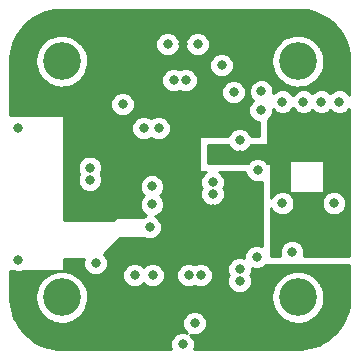
<source format=gbr>
%TF.GenerationSoftware,KiCad,Pcbnew,(5.99.0-2358-g6d8fb94d8)*%
%TF.CreationDate,2020-07-21T23:14:40+08:00*%
%TF.ProjectId,TheFC,54686546-432e-46b6-9963-61645f706362,1.0*%
%TF.SameCoordinates,Original*%
%TF.FileFunction,Copper,L2,Inr*%
%TF.FilePolarity,Positive*%
%FSLAX46Y46*%
G04 Gerber Fmt 4.6, Leading zero omitted, Abs format (unit mm)*
G04 Created by KiCad (PCBNEW (5.99.0-2358-g6d8fb94d8)) date 2020-07-21 23:14:40*
%MOMM*%
%LPD*%
G01*
G04 APERTURE LIST*
%TA.AperFunction,ComponentPad*%
%ADD10C,3.200000*%
%TD*%
%TA.AperFunction,ViaPad*%
%ADD11C,0.800000*%
%TD*%
%TA.AperFunction,Conductor*%
%ADD12C,0.254000*%
%TD*%
G04 APERTURE END LIST*
D10*
%TO.N,GND*%
%TO.C,H4*%
X105000000Y-85000000D03*
%TD*%
%TO.N,GND*%
%TO.C,H3*%
X125000000Y-85000000D03*
%TD*%
%TO.N,GND*%
%TO.C,H2*%
X125000000Y-65000000D03*
%TD*%
%TO.N,GND*%
%TO.C,H1*%
X105000000Y-65000000D03*
%TD*%
D11*
%TO.N,GND*%
X117780000Y-76243250D03*
X117780000Y-75240000D03*
X120066000Y-83622000D03*
X120066000Y-82606000D03*
%TO.N,+3V3*%
X123698200Y-72496800D03*
%TO.N,GND*%
X123672800Y-77018000D03*
X121844000Y-69144000D03*
%TO.N,RESET*%
X121894800Y-67569200D03*
%TO.N,GND*%
X123693000Y-68433000D03*
X125471000Y-68433000D03*
%TO.N,+3V3*%
X128026890Y-72522200D03*
%TO.N,GND*%
X128052290Y-77018000D03*
X126995000Y-68433000D03*
X128519000Y-68433000D03*
%TO.N,+5V*%
X117780000Y-77526000D03*
%TO.N,+3V3*%
X119050000Y-72954000D03*
X120066000Y-72954000D03*
%TO.N,S1*%
X116764000Y-83114000D03*
%TO.N,S2*%
X115748000Y-83114000D03*
%TO.N,+5V*%
X111938000Y-67874000D03*
%TO.N,GND*%
X107874000Y-82098000D03*
%TO.N,S4*%
X110160000Y-68636000D03*
%TO.N,RX*%
X113208000Y-70668000D03*
%TO.N,TX*%
X111938000Y-70668000D03*
X114478000Y-66604000D03*
%TO.N,RX*%
X115494000Y-66604000D03*
%TO.N,BAT*%
X120066000Y-71684000D03*
%TO.N,PPM*%
X116510000Y-63556000D03*
%TO.N,GND*%
X113970000Y-63556000D03*
%TO.N,+5V*%
X115240000Y-63556000D03*
%TO.N,S3/MOSI*%
X116256000Y-87178000D03*
%TO.N,GND*%
X112446000Y-79050000D03*
%TO.N,+3V3*%
X127558290Y-81133000D03*
X126034290Y-81133000D03*
%TO.N,GND*%
X112700000Y-83114000D03*
X119558000Y-67620000D03*
%TO.N,RESET*%
X115240000Y-88956000D03*
%TO.N,+5V*%
X118288000Y-83114000D03*
%TO.N,GND*%
X118542000Y-65334000D03*
X111176000Y-83114000D03*
%TO.N,+5V*%
X108814500Y-74131500D03*
%TO.N,GND*%
X124510290Y-81164500D03*
%TO.N,+5V*%
X108814500Y-75046500D03*
%TO.N,GND*%
X107391500Y-74030500D03*
X107391500Y-75046500D03*
X112642625Y-77137250D03*
X112642625Y-75613250D03*
X121590000Y-74224000D03*
X101347990Y-70655250D03*
X101347990Y-81831250D03*
X121508625Y-81577250D03*
%TD*%
%TO.N,+3V3*%
D12*
X124637829Y-69061905D02*
X124647884Y-69075009D01*
X124828991Y-69256116D01*
X124842095Y-69266171D01*
X125063905Y-69394233D01*
X125079165Y-69400554D01*
X125326562Y-69466844D01*
X125342938Y-69469000D01*
X125599062Y-69469000D01*
X125615438Y-69466844D01*
X125862835Y-69400554D01*
X125878095Y-69394233D01*
X126099905Y-69266171D01*
X126113009Y-69256116D01*
X126233000Y-69136125D01*
X126352991Y-69256116D01*
X126366095Y-69266171D01*
X126587905Y-69394233D01*
X126603165Y-69400554D01*
X126850562Y-69466844D01*
X126866938Y-69469000D01*
X127123062Y-69469000D01*
X127139438Y-69466844D01*
X127386835Y-69400554D01*
X127402095Y-69394233D01*
X127623905Y-69266171D01*
X127637009Y-69256116D01*
X127757000Y-69136125D01*
X127876991Y-69256116D01*
X127890095Y-69266171D01*
X128111905Y-69394233D01*
X128127165Y-69400554D01*
X128374562Y-69466844D01*
X128390938Y-69469000D01*
X128647062Y-69469000D01*
X128663438Y-69466844D01*
X128910835Y-69400554D01*
X128926095Y-69394233D01*
X129147905Y-69266171D01*
X129161009Y-69256116D01*
X129342116Y-69075009D01*
X129352171Y-69061905D01*
X129366000Y-69037952D01*
X129366001Y-81464000D01*
X125502585Y-81464000D01*
X125544134Y-81308938D01*
X125546290Y-81292562D01*
X125546290Y-81036438D01*
X125544134Y-81020062D01*
X125477844Y-80772665D01*
X125471523Y-80757405D01*
X125343461Y-80535595D01*
X125333406Y-80522491D01*
X125152299Y-80341384D01*
X125139195Y-80331329D01*
X124917385Y-80203267D01*
X124902125Y-80196946D01*
X124654728Y-80130656D01*
X124638352Y-80128500D01*
X124382228Y-80128500D01*
X124365852Y-80130656D01*
X124118455Y-80196946D01*
X124103195Y-80203267D01*
X123881385Y-80331329D01*
X123868281Y-80341384D01*
X123687174Y-80522491D01*
X123677119Y-80535595D01*
X123549057Y-80757405D01*
X123542736Y-80772665D01*
X123476446Y-81020062D01*
X123474290Y-81036438D01*
X123474290Y-81292562D01*
X123476446Y-81308938D01*
X123517995Y-81464000D01*
X122732000Y-81464000D01*
X122732000Y-77460486D01*
X122839629Y-77646905D01*
X122849684Y-77660009D01*
X123030791Y-77841116D01*
X123043895Y-77851171D01*
X123265705Y-77979233D01*
X123280965Y-77985554D01*
X123528362Y-78051844D01*
X123544738Y-78054000D01*
X123800862Y-78054000D01*
X123817238Y-78051844D01*
X124064635Y-77985554D01*
X124079895Y-77979233D01*
X124301705Y-77851171D01*
X124314809Y-77841116D01*
X124495916Y-77660009D01*
X124505971Y-77646905D01*
X124634033Y-77425095D01*
X124640354Y-77409835D01*
X124706644Y-77162438D01*
X124708800Y-77146062D01*
X124708800Y-76889938D01*
X127016290Y-76889938D01*
X127016290Y-77146062D01*
X127018446Y-77162438D01*
X127084736Y-77409835D01*
X127091057Y-77425095D01*
X127219119Y-77646905D01*
X127229174Y-77660009D01*
X127410281Y-77841116D01*
X127423385Y-77851171D01*
X127645195Y-77979233D01*
X127660455Y-77985554D01*
X127907852Y-78051844D01*
X127924228Y-78054000D01*
X128180352Y-78054000D01*
X128196728Y-78051844D01*
X128444125Y-77985554D01*
X128459385Y-77979233D01*
X128681195Y-77851171D01*
X128694299Y-77841116D01*
X128875406Y-77660009D01*
X128885461Y-77646905D01*
X129013523Y-77425095D01*
X129019844Y-77409835D01*
X129086134Y-77162438D01*
X129088290Y-77146062D01*
X129088290Y-76889938D01*
X129086134Y-76873562D01*
X129019844Y-76626165D01*
X129013523Y-76610905D01*
X128885461Y-76389095D01*
X128875406Y-76375991D01*
X128694299Y-76194884D01*
X128681195Y-76184829D01*
X128459385Y-76056767D01*
X128444125Y-76050446D01*
X128196728Y-75984156D01*
X128180352Y-75982000D01*
X127924228Y-75982000D01*
X127907852Y-75984156D01*
X127660455Y-76050446D01*
X127645195Y-76056767D01*
X127423385Y-76184829D01*
X127410281Y-76194884D01*
X127229174Y-76375991D01*
X127219119Y-76389095D01*
X127091057Y-76610905D01*
X127084736Y-76626165D01*
X127018446Y-76873562D01*
X127016290Y-76889938D01*
X124708800Y-76889938D01*
X124706644Y-76873562D01*
X124640354Y-76626165D01*
X124634033Y-76610905D01*
X124505971Y-76389095D01*
X124495916Y-76375991D01*
X124314809Y-76194884D01*
X124301705Y-76184829D01*
X124163768Y-76105191D01*
X124288888Y-76105191D01*
X124362697Y-76179000D01*
X127159479Y-76179000D01*
X127233288Y-76105191D01*
X127233290Y-73460809D01*
X127159481Y-73387000D01*
X124362699Y-73387000D01*
X124288890Y-73460809D01*
X124288888Y-76105191D01*
X124163768Y-76105191D01*
X124079895Y-76056767D01*
X124064635Y-76050446D01*
X123817238Y-75984156D01*
X123800862Y-75982000D01*
X123544738Y-75982000D01*
X123528362Y-75984156D01*
X123280965Y-76050446D01*
X123265705Y-76056767D01*
X123043895Y-76184829D01*
X123030791Y-76194884D01*
X122849684Y-76375991D01*
X122839629Y-76389095D01*
X122732000Y-76575514D01*
X122732000Y-73663809D01*
X122658191Y-73590000D01*
X122419261Y-73590000D01*
X122413116Y-73581991D01*
X122232009Y-73400884D01*
X122218905Y-73390829D01*
X121997095Y-73262767D01*
X121981835Y-73256446D01*
X121734438Y-73190156D01*
X121718062Y-73188000D01*
X121461938Y-73188000D01*
X121445562Y-73190156D01*
X121198165Y-73256446D01*
X121182905Y-73262767D01*
X120961095Y-73390829D01*
X120947991Y-73400884D01*
X120766884Y-73581991D01*
X120760739Y-73590000D01*
X117398000Y-73590000D01*
X117398000Y-72064000D01*
X119095275Y-72064000D01*
X119098446Y-72075835D01*
X119104767Y-72091095D01*
X119232829Y-72312905D01*
X119242884Y-72326009D01*
X119423991Y-72507116D01*
X119437095Y-72517171D01*
X119658905Y-72645233D01*
X119674165Y-72651554D01*
X119921562Y-72717844D01*
X119937938Y-72720000D01*
X120194062Y-72720000D01*
X120210438Y-72717844D01*
X120457835Y-72651554D01*
X120473095Y-72645233D01*
X120694905Y-72517171D01*
X120708009Y-72507116D01*
X120889116Y-72326009D01*
X120899171Y-72312905D01*
X121027233Y-72091095D01*
X121033554Y-72075835D01*
X121036725Y-72064000D01*
X122404191Y-72064000D01*
X122478000Y-71990191D01*
X122478000Y-69973261D01*
X122486009Y-69967116D01*
X122667116Y-69786009D01*
X122677171Y-69772905D01*
X122805233Y-69551095D01*
X122811554Y-69535835D01*
X122877844Y-69288438D01*
X122880000Y-69272062D01*
X122880000Y-69085125D01*
X123050991Y-69256116D01*
X123064095Y-69266171D01*
X123285905Y-69394233D01*
X123301165Y-69400554D01*
X123548562Y-69466844D01*
X123564938Y-69469000D01*
X123821062Y-69469000D01*
X123837438Y-69466844D01*
X124084835Y-69400554D01*
X124100095Y-69394233D01*
X124321905Y-69266171D01*
X124335009Y-69256116D01*
X124516116Y-69075009D01*
X124526171Y-69061905D01*
X124582000Y-68965206D01*
X124637829Y-69061905D01*
%TA.AperFunction,Conductor*%
G36*
X124637829Y-69061905D02*
G01*
X124647884Y-69075009D01*
X124828991Y-69256116D01*
X124842095Y-69266171D01*
X125063905Y-69394233D01*
X125079165Y-69400554D01*
X125326562Y-69466844D01*
X125342938Y-69469000D01*
X125599062Y-69469000D01*
X125615438Y-69466844D01*
X125862835Y-69400554D01*
X125878095Y-69394233D01*
X126099905Y-69266171D01*
X126113009Y-69256116D01*
X126233000Y-69136125D01*
X126352991Y-69256116D01*
X126366095Y-69266171D01*
X126587905Y-69394233D01*
X126603165Y-69400554D01*
X126850562Y-69466844D01*
X126866938Y-69469000D01*
X127123062Y-69469000D01*
X127139438Y-69466844D01*
X127386835Y-69400554D01*
X127402095Y-69394233D01*
X127623905Y-69266171D01*
X127637009Y-69256116D01*
X127757000Y-69136125D01*
X127876991Y-69256116D01*
X127890095Y-69266171D01*
X128111905Y-69394233D01*
X128127165Y-69400554D01*
X128374562Y-69466844D01*
X128390938Y-69469000D01*
X128647062Y-69469000D01*
X128663438Y-69466844D01*
X128910835Y-69400554D01*
X128926095Y-69394233D01*
X129147905Y-69266171D01*
X129161009Y-69256116D01*
X129342116Y-69075009D01*
X129352171Y-69061905D01*
X129366000Y-69037952D01*
X129366001Y-81464000D01*
X125502585Y-81464000D01*
X125544134Y-81308938D01*
X125546290Y-81292562D01*
X125546290Y-81036438D01*
X125544134Y-81020062D01*
X125477844Y-80772665D01*
X125471523Y-80757405D01*
X125343461Y-80535595D01*
X125333406Y-80522491D01*
X125152299Y-80341384D01*
X125139195Y-80331329D01*
X124917385Y-80203267D01*
X124902125Y-80196946D01*
X124654728Y-80130656D01*
X124638352Y-80128500D01*
X124382228Y-80128500D01*
X124365852Y-80130656D01*
X124118455Y-80196946D01*
X124103195Y-80203267D01*
X123881385Y-80331329D01*
X123868281Y-80341384D01*
X123687174Y-80522491D01*
X123677119Y-80535595D01*
X123549057Y-80757405D01*
X123542736Y-80772665D01*
X123476446Y-81020062D01*
X123474290Y-81036438D01*
X123474290Y-81292562D01*
X123476446Y-81308938D01*
X123517995Y-81464000D01*
X122732000Y-81464000D01*
X122732000Y-77460486D01*
X122839629Y-77646905D01*
X122849684Y-77660009D01*
X123030791Y-77841116D01*
X123043895Y-77851171D01*
X123265705Y-77979233D01*
X123280965Y-77985554D01*
X123528362Y-78051844D01*
X123544738Y-78054000D01*
X123800862Y-78054000D01*
X123817238Y-78051844D01*
X124064635Y-77985554D01*
X124079895Y-77979233D01*
X124301705Y-77851171D01*
X124314809Y-77841116D01*
X124495916Y-77660009D01*
X124505971Y-77646905D01*
X124634033Y-77425095D01*
X124640354Y-77409835D01*
X124706644Y-77162438D01*
X124708800Y-77146062D01*
X124708800Y-76889938D01*
X127016290Y-76889938D01*
X127016290Y-77146062D01*
X127018446Y-77162438D01*
X127084736Y-77409835D01*
X127091057Y-77425095D01*
X127219119Y-77646905D01*
X127229174Y-77660009D01*
X127410281Y-77841116D01*
X127423385Y-77851171D01*
X127645195Y-77979233D01*
X127660455Y-77985554D01*
X127907852Y-78051844D01*
X127924228Y-78054000D01*
X128180352Y-78054000D01*
X128196728Y-78051844D01*
X128444125Y-77985554D01*
X128459385Y-77979233D01*
X128681195Y-77851171D01*
X128694299Y-77841116D01*
X128875406Y-77660009D01*
X128885461Y-77646905D01*
X129013523Y-77425095D01*
X129019844Y-77409835D01*
X129086134Y-77162438D01*
X129088290Y-77146062D01*
X129088290Y-76889938D01*
X129086134Y-76873562D01*
X129019844Y-76626165D01*
X129013523Y-76610905D01*
X128885461Y-76389095D01*
X128875406Y-76375991D01*
X128694299Y-76194884D01*
X128681195Y-76184829D01*
X128459385Y-76056767D01*
X128444125Y-76050446D01*
X128196728Y-75984156D01*
X128180352Y-75982000D01*
X127924228Y-75982000D01*
X127907852Y-75984156D01*
X127660455Y-76050446D01*
X127645195Y-76056767D01*
X127423385Y-76184829D01*
X127410281Y-76194884D01*
X127229174Y-76375991D01*
X127219119Y-76389095D01*
X127091057Y-76610905D01*
X127084736Y-76626165D01*
X127018446Y-76873562D01*
X127016290Y-76889938D01*
X124708800Y-76889938D01*
X124706644Y-76873562D01*
X124640354Y-76626165D01*
X124634033Y-76610905D01*
X124505971Y-76389095D01*
X124495916Y-76375991D01*
X124314809Y-76194884D01*
X124301705Y-76184829D01*
X124163768Y-76105191D01*
X124288888Y-76105191D01*
X124362697Y-76179000D01*
X127159479Y-76179000D01*
X127233288Y-76105191D01*
X127233290Y-73460809D01*
X127159481Y-73387000D01*
X124362699Y-73387000D01*
X124288890Y-73460809D01*
X124288888Y-76105191D01*
X124163768Y-76105191D01*
X124079895Y-76056767D01*
X124064635Y-76050446D01*
X123817238Y-75984156D01*
X123800862Y-75982000D01*
X123544738Y-75982000D01*
X123528362Y-75984156D01*
X123280965Y-76050446D01*
X123265705Y-76056767D01*
X123043895Y-76184829D01*
X123030791Y-76194884D01*
X122849684Y-76375991D01*
X122839629Y-76389095D01*
X122732000Y-76575514D01*
X122732000Y-73663809D01*
X122658191Y-73590000D01*
X122419261Y-73590000D01*
X122413116Y-73581991D01*
X122232009Y-73400884D01*
X122218905Y-73390829D01*
X121997095Y-73262767D01*
X121981835Y-73256446D01*
X121734438Y-73190156D01*
X121718062Y-73188000D01*
X121461938Y-73188000D01*
X121445562Y-73190156D01*
X121198165Y-73256446D01*
X121182905Y-73262767D01*
X120961095Y-73390829D01*
X120947991Y-73400884D01*
X120766884Y-73581991D01*
X120760739Y-73590000D01*
X117398000Y-73590000D01*
X117398000Y-72064000D01*
X119095275Y-72064000D01*
X119098446Y-72075835D01*
X119104767Y-72091095D01*
X119232829Y-72312905D01*
X119242884Y-72326009D01*
X119423991Y-72507116D01*
X119437095Y-72517171D01*
X119658905Y-72645233D01*
X119674165Y-72651554D01*
X119921562Y-72717844D01*
X119937938Y-72720000D01*
X120194062Y-72720000D01*
X120210438Y-72717844D01*
X120457835Y-72651554D01*
X120473095Y-72645233D01*
X120694905Y-72517171D01*
X120708009Y-72507116D01*
X120889116Y-72326009D01*
X120899171Y-72312905D01*
X121027233Y-72091095D01*
X121033554Y-72075835D01*
X121036725Y-72064000D01*
X122404191Y-72064000D01*
X122478000Y-71990191D01*
X122478000Y-69973261D01*
X122486009Y-69967116D01*
X122667116Y-69786009D01*
X122677171Y-69772905D01*
X122805233Y-69551095D01*
X122811554Y-69535835D01*
X122877844Y-69288438D01*
X122880000Y-69272062D01*
X122880000Y-69085125D01*
X123050991Y-69256116D01*
X123064095Y-69266171D01*
X123285905Y-69394233D01*
X123301165Y-69400554D01*
X123548562Y-69466844D01*
X123564938Y-69469000D01*
X123821062Y-69469000D01*
X123837438Y-69466844D01*
X124084835Y-69400554D01*
X124100095Y-69394233D01*
X124321905Y-69266171D01*
X124335009Y-69256116D01*
X124516116Y-69075009D01*
X124526171Y-69061905D01*
X124582000Y-68965206D01*
X124637829Y-69061905D01*
G37*
%TD.AperFunction*%
%TD*%
%TO.N,+5V*%
X124950584Y-60636838D02*
X124959863Y-60638001D01*
X124970987Y-60638565D01*
X124971369Y-60638583D01*
X125387589Y-60657119D01*
X125772119Y-60708768D01*
X126150516Y-60794391D01*
X126519830Y-60913319D01*
X126877084Y-61064598D01*
X127219492Y-61247043D01*
X127544328Y-61459203D01*
X127849013Y-61699399D01*
X128131131Y-61965719D01*
X128388471Y-62256077D01*
X128618968Y-62568146D01*
X128820821Y-62899485D01*
X128992416Y-63247445D01*
X129132408Y-63609303D01*
X129239671Y-63982137D01*
X129313369Y-64363060D01*
X129353425Y-64754014D01*
X129361170Y-65022887D01*
X129362065Y-65031807D01*
X129366000Y-65054588D01*
X129366000Y-67828048D01*
X129352171Y-67804095D01*
X129342116Y-67790991D01*
X129161009Y-67609884D01*
X129147905Y-67599829D01*
X128926095Y-67471767D01*
X128910835Y-67465446D01*
X128663438Y-67399156D01*
X128647062Y-67397000D01*
X128390938Y-67397000D01*
X128374562Y-67399156D01*
X128127165Y-67465446D01*
X128111905Y-67471767D01*
X127890095Y-67599829D01*
X127876991Y-67609884D01*
X127757000Y-67729875D01*
X127637009Y-67609884D01*
X127623905Y-67599829D01*
X127402095Y-67471767D01*
X127386835Y-67465446D01*
X127139438Y-67399156D01*
X127123062Y-67397000D01*
X126866938Y-67397000D01*
X126850562Y-67399156D01*
X126603165Y-67465446D01*
X126587905Y-67471767D01*
X126366095Y-67599829D01*
X126352991Y-67609884D01*
X126233000Y-67729875D01*
X126113009Y-67609884D01*
X126099905Y-67599829D01*
X125878095Y-67471767D01*
X125862835Y-67465446D01*
X125615438Y-67399156D01*
X125599062Y-67397000D01*
X125342938Y-67397000D01*
X125326562Y-67399156D01*
X125079165Y-67465446D01*
X125063905Y-67471767D01*
X124842095Y-67599829D01*
X124828991Y-67609884D01*
X124647884Y-67790991D01*
X124637829Y-67804095D01*
X124582000Y-67900794D01*
X124526171Y-67804095D01*
X124516116Y-67790991D01*
X124335009Y-67609884D01*
X124321905Y-67599829D01*
X124100095Y-67471767D01*
X124084835Y-67465446D01*
X123837438Y-67399156D01*
X123821062Y-67397000D01*
X123564938Y-67397000D01*
X123548562Y-67399156D01*
X123301165Y-67465446D01*
X123285905Y-67471767D01*
X123064095Y-67599829D01*
X123050991Y-67609884D01*
X122921838Y-67739037D01*
X122928644Y-67713638D01*
X122930800Y-67697262D01*
X122930800Y-67441138D01*
X122928644Y-67424762D01*
X122862354Y-67177365D01*
X122856033Y-67162105D01*
X122727971Y-66940295D01*
X122717916Y-66927191D01*
X122536809Y-66746084D01*
X122523705Y-66736029D01*
X122301895Y-66607967D01*
X122286635Y-66601646D01*
X122039238Y-66535356D01*
X122022862Y-66533200D01*
X121766738Y-66533200D01*
X121750362Y-66535356D01*
X121502965Y-66601646D01*
X121487705Y-66607967D01*
X121265895Y-66736029D01*
X121252791Y-66746084D01*
X121071684Y-66927191D01*
X121061629Y-66940295D01*
X120933567Y-67162105D01*
X120927246Y-67177365D01*
X120860956Y-67424762D01*
X120858800Y-67441138D01*
X120858800Y-67697262D01*
X120860956Y-67713638D01*
X120927246Y-67961035D01*
X120933567Y-67976295D01*
X121061629Y-68198105D01*
X121071684Y-68211209D01*
X121191675Y-68331200D01*
X121020884Y-68501991D01*
X121010829Y-68515095D01*
X120882767Y-68736905D01*
X120876446Y-68752165D01*
X120810156Y-68999562D01*
X120808000Y-69015938D01*
X120808000Y-69272062D01*
X120810156Y-69288438D01*
X120876446Y-69535835D01*
X120882767Y-69551095D01*
X121010829Y-69772905D01*
X121020884Y-69786009D01*
X121201991Y-69967116D01*
X121215095Y-69977171D01*
X121436905Y-70105233D01*
X121452165Y-70111554D01*
X121699562Y-70177844D01*
X121715938Y-70180000D01*
X121718000Y-70180000D01*
X121718000Y-71304000D01*
X121036725Y-71304000D01*
X121033554Y-71292165D01*
X121027233Y-71276905D01*
X120899171Y-71055095D01*
X120889116Y-71041991D01*
X120708009Y-70860884D01*
X120694905Y-70850829D01*
X120473095Y-70722767D01*
X120457835Y-70716446D01*
X120210438Y-70650156D01*
X120194062Y-70648000D01*
X119937938Y-70648000D01*
X119921562Y-70650156D01*
X119674165Y-70716446D01*
X119658905Y-70722767D01*
X119437095Y-70850829D01*
X119423991Y-70860884D01*
X119242884Y-71041991D01*
X119232829Y-71055095D01*
X119104767Y-71276905D01*
X119098446Y-71292165D01*
X119095275Y-71304000D01*
X116711809Y-71304000D01*
X116638000Y-71377809D01*
X116638000Y-74276191D01*
X116711809Y-74350000D01*
X117249526Y-74350000D01*
X117151095Y-74406829D01*
X117137991Y-74416884D01*
X116956884Y-74597991D01*
X116946829Y-74611095D01*
X116818767Y-74832905D01*
X116812446Y-74848165D01*
X116746156Y-75095562D01*
X116744000Y-75111938D01*
X116744000Y-75368062D01*
X116746156Y-75384438D01*
X116812446Y-75631835D01*
X116818767Y-75647095D01*
X116873344Y-75741625D01*
X116818767Y-75836155D01*
X116812446Y-75851415D01*
X116746156Y-76098812D01*
X116744000Y-76115188D01*
X116744000Y-76371312D01*
X116746156Y-76387688D01*
X116812446Y-76635085D01*
X116818767Y-76650345D01*
X116946829Y-76872155D01*
X116956884Y-76885259D01*
X117137991Y-77066366D01*
X117151095Y-77076421D01*
X117372905Y-77204483D01*
X117388165Y-77210804D01*
X117635562Y-77277094D01*
X117651938Y-77279250D01*
X117908062Y-77279250D01*
X117924438Y-77277094D01*
X118171835Y-77210804D01*
X118187095Y-77204483D01*
X118408905Y-77076421D01*
X118422009Y-77066366D01*
X118603116Y-76885259D01*
X118613171Y-76872155D01*
X118741233Y-76650345D01*
X118747554Y-76635085D01*
X118813844Y-76387688D01*
X118816000Y-76371312D01*
X118816000Y-76115188D01*
X118813844Y-76098812D01*
X118747554Y-75851415D01*
X118741233Y-75836155D01*
X118686656Y-75741625D01*
X118741233Y-75647095D01*
X118747554Y-75631835D01*
X118813844Y-75384438D01*
X118816000Y-75368062D01*
X118816000Y-75111938D01*
X118813844Y-75095562D01*
X118747554Y-74848165D01*
X118741233Y-74832905D01*
X118613171Y-74611095D01*
X118603116Y-74597991D01*
X118422009Y-74416884D01*
X118408905Y-74406829D01*
X118310474Y-74350000D01*
X120554000Y-74350000D01*
X120554000Y-74352062D01*
X120556156Y-74368438D01*
X120622446Y-74615835D01*
X120628767Y-74631095D01*
X120756829Y-74852905D01*
X120766884Y-74866009D01*
X120947991Y-75047116D01*
X120961095Y-75057171D01*
X121182905Y-75185233D01*
X121198165Y-75191554D01*
X121445562Y-75257844D01*
X121461938Y-75260000D01*
X121718062Y-75260000D01*
X121734438Y-75257844D01*
X121972000Y-75194189D01*
X121972000Y-80648510D01*
X121915720Y-80616017D01*
X121900460Y-80609696D01*
X121653063Y-80543406D01*
X121636687Y-80541250D01*
X121380563Y-80541250D01*
X121364187Y-80543406D01*
X121116790Y-80609696D01*
X121101530Y-80616017D01*
X120879720Y-80744079D01*
X120866616Y-80754134D01*
X120685509Y-80935241D01*
X120675454Y-80948345D01*
X120547392Y-81170155D01*
X120541071Y-81185415D01*
X120474781Y-81432812D01*
X120472625Y-81449188D01*
X120472625Y-81644572D01*
X120457835Y-81638446D01*
X120210438Y-81572156D01*
X120194062Y-81570000D01*
X119937938Y-81570000D01*
X119921562Y-81572156D01*
X119674165Y-81638446D01*
X119658905Y-81644767D01*
X119437095Y-81772829D01*
X119423991Y-81782884D01*
X119242884Y-81963991D01*
X119232829Y-81977095D01*
X119104767Y-82198905D01*
X119098446Y-82214165D01*
X119032156Y-82461562D01*
X119030000Y-82477938D01*
X119030000Y-82734062D01*
X119032156Y-82750438D01*
X119098446Y-82997835D01*
X119104767Y-83013095D01*
X119163025Y-83114000D01*
X119104767Y-83214905D01*
X119098446Y-83230165D01*
X119032156Y-83477562D01*
X119030000Y-83493938D01*
X119030000Y-83750062D01*
X119032156Y-83766438D01*
X119098446Y-84013835D01*
X119104767Y-84029095D01*
X119232829Y-84250905D01*
X119242884Y-84264009D01*
X119423991Y-84445116D01*
X119437095Y-84455171D01*
X119658905Y-84583233D01*
X119674165Y-84589554D01*
X119921562Y-84655844D01*
X119937938Y-84658000D01*
X120194062Y-84658000D01*
X120210438Y-84655844D01*
X120457835Y-84589554D01*
X120473095Y-84583233D01*
X120694905Y-84455171D01*
X120708009Y-84445116D01*
X120889116Y-84264009D01*
X120899171Y-84250905D01*
X121027233Y-84029095D01*
X121033554Y-84013835D01*
X121099844Y-83766438D01*
X121102000Y-83750062D01*
X121102000Y-83493938D01*
X121099844Y-83477562D01*
X121033554Y-83230165D01*
X121027233Y-83214905D01*
X120968975Y-83114000D01*
X121027233Y-83013095D01*
X121033554Y-82997835D01*
X121099844Y-82750438D01*
X121102000Y-82734062D01*
X121102000Y-82538678D01*
X121116790Y-82544804D01*
X121364187Y-82611094D01*
X121380563Y-82613250D01*
X121636687Y-82613250D01*
X121653063Y-82611094D01*
X121900460Y-82544804D01*
X121915720Y-82538483D01*
X122137530Y-82410421D01*
X122150634Y-82400366D01*
X122327000Y-82224000D01*
X129366001Y-82224000D01*
X129366001Y-84936507D01*
X129363163Y-84950582D01*
X129361999Y-84959862D01*
X129361435Y-84970986D01*
X129361417Y-84971368D01*
X129342881Y-85387589D01*
X129291232Y-85772118D01*
X129205609Y-86150516D01*
X129086681Y-86519830D01*
X128935402Y-86877084D01*
X128752957Y-87219492D01*
X128540797Y-87544328D01*
X128300610Y-87849002D01*
X128034280Y-88131132D01*
X127743923Y-88388471D01*
X127431854Y-88618968D01*
X127100515Y-88820821D01*
X126752555Y-88992416D01*
X126390707Y-89132405D01*
X126017849Y-89239673D01*
X125636940Y-89313369D01*
X125245986Y-89353425D01*
X124977113Y-89361170D01*
X124968193Y-89362065D01*
X124945412Y-89366000D01*
X116199556Y-89366000D01*
X116201233Y-89363095D01*
X116207554Y-89347835D01*
X116273844Y-89100438D01*
X116276000Y-89084062D01*
X116276000Y-88827938D01*
X116273844Y-88811562D01*
X116207554Y-88564165D01*
X116201233Y-88548905D01*
X116073171Y-88327095D01*
X116063116Y-88313991D01*
X115905848Y-88156723D01*
X116111562Y-88211844D01*
X116127938Y-88214000D01*
X116384062Y-88214000D01*
X116400438Y-88211844D01*
X116647835Y-88145554D01*
X116663095Y-88139233D01*
X116884905Y-88011171D01*
X116898009Y-88001116D01*
X117079116Y-87820009D01*
X117089171Y-87806905D01*
X117217233Y-87585095D01*
X117223554Y-87569835D01*
X117289844Y-87322438D01*
X117292000Y-87306062D01*
X117292000Y-87049938D01*
X117289844Y-87033562D01*
X117223554Y-86786165D01*
X117217233Y-86770905D01*
X117089171Y-86549095D01*
X117079116Y-86535991D01*
X116898009Y-86354884D01*
X116884905Y-86344829D01*
X116663095Y-86216767D01*
X116647835Y-86210446D01*
X116400438Y-86144156D01*
X116384062Y-86142000D01*
X116127938Y-86142000D01*
X116111562Y-86144156D01*
X115864165Y-86210446D01*
X115848905Y-86216767D01*
X115627095Y-86344829D01*
X115613991Y-86354884D01*
X115432884Y-86535991D01*
X115422829Y-86549095D01*
X115294767Y-86770905D01*
X115288446Y-86786165D01*
X115222156Y-87033562D01*
X115220000Y-87049938D01*
X115220000Y-87306062D01*
X115222156Y-87322438D01*
X115288446Y-87569835D01*
X115294767Y-87585095D01*
X115422829Y-87806905D01*
X115432884Y-87820009D01*
X115590152Y-87977277D01*
X115384438Y-87922156D01*
X115368062Y-87920000D01*
X115111938Y-87920000D01*
X115095562Y-87922156D01*
X114848165Y-87988446D01*
X114832905Y-87994767D01*
X114611095Y-88122829D01*
X114597991Y-88132884D01*
X114416884Y-88313991D01*
X114406829Y-88327095D01*
X114278767Y-88548905D01*
X114272446Y-88564165D01*
X114206156Y-88811562D01*
X114204000Y-88827938D01*
X114204000Y-89084062D01*
X114206156Y-89100438D01*
X114272446Y-89347835D01*
X114278767Y-89363095D01*
X114280444Y-89366000D01*
X105063490Y-89366000D01*
X105049417Y-89363162D01*
X105040138Y-89361999D01*
X105029014Y-89361435D01*
X105028632Y-89361417D01*
X104612411Y-89342881D01*
X104227882Y-89291232D01*
X103849484Y-89205609D01*
X103480170Y-89086681D01*
X103122916Y-88935402D01*
X102780508Y-88752957D01*
X102455672Y-88540797D01*
X102150998Y-88300610D01*
X101868868Y-88034280D01*
X101611529Y-87743923D01*
X101381032Y-87431854D01*
X101179179Y-87100515D01*
X101007584Y-86752555D01*
X100867595Y-86390707D01*
X100760327Y-86017849D01*
X100686631Y-85636940D01*
X100646575Y-85245986D01*
X100643079Y-85124598D01*
X102764541Y-85124598D01*
X102765035Y-85133164D01*
X102802133Y-85426832D01*
X102803785Y-85435252D01*
X102880397Y-85721168D01*
X102883176Y-85729285D01*
X102997881Y-86002159D01*
X103001736Y-86009824D01*
X103152413Y-86264606D01*
X103157273Y-86271677D01*
X103341134Y-86503652D01*
X103346909Y-86509998D01*
X103560551Y-86714873D01*
X103567133Y-86720377D01*
X103806605Y-86894363D01*
X103813873Y-86898922D01*
X104074740Y-87038798D01*
X104082560Y-87042329D01*
X104359998Y-87145507D01*
X104368224Y-87147944D01*
X104657098Y-87212514D01*
X104665579Y-87213812D01*
X104960543Y-87238581D01*
X104969122Y-87238716D01*
X105264718Y-87223225D01*
X105273236Y-87222194D01*
X105563996Y-87166728D01*
X105572295Y-87164551D01*
X105852836Y-87070138D01*
X105860762Y-87066855D01*
X106125895Y-86935242D01*
X106133303Y-86930914D01*
X106378121Y-86764536D01*
X106384873Y-86759242D01*
X106604846Y-86561178D01*
X106610816Y-86555016D01*
X106801873Y-86328930D01*
X106806953Y-86322015D01*
X106965559Y-86072093D01*
X106969653Y-86064553D01*
X107092873Y-85795417D01*
X107095905Y-85787391D01*
X107181459Y-85504022D01*
X107183375Y-85495659D01*
X107229731Y-85202974D01*
X107230505Y-85193766D01*
X107231229Y-85124598D01*
X122764541Y-85124598D01*
X122765035Y-85133164D01*
X122802133Y-85426832D01*
X122803785Y-85435252D01*
X122880397Y-85721168D01*
X122883176Y-85729285D01*
X122997881Y-86002159D01*
X123001736Y-86009824D01*
X123152413Y-86264606D01*
X123157273Y-86271677D01*
X123341134Y-86503652D01*
X123346909Y-86509998D01*
X123560551Y-86714873D01*
X123567133Y-86720377D01*
X123806605Y-86894363D01*
X123813873Y-86898922D01*
X124074740Y-87038798D01*
X124082560Y-87042329D01*
X124359998Y-87145507D01*
X124368224Y-87147944D01*
X124657098Y-87212514D01*
X124665579Y-87213812D01*
X124960543Y-87238581D01*
X124969122Y-87238716D01*
X125264718Y-87223225D01*
X125273236Y-87222194D01*
X125563996Y-87166728D01*
X125572295Y-87164551D01*
X125852836Y-87070138D01*
X125860762Y-87066855D01*
X126125895Y-86935242D01*
X126133303Y-86930914D01*
X126378121Y-86764536D01*
X126384873Y-86759242D01*
X126604846Y-86561178D01*
X126610816Y-86555016D01*
X126801873Y-86328930D01*
X126806953Y-86322015D01*
X126965559Y-86072093D01*
X126969653Y-86064553D01*
X127092873Y-85795417D01*
X127095905Y-85787391D01*
X127181459Y-85504022D01*
X127183375Y-85495659D01*
X127229731Y-85202974D01*
X127230505Y-85193766D01*
X127234073Y-84852988D01*
X127233493Y-84843766D01*
X127193276Y-84550176D01*
X127191536Y-84541774D01*
X127111936Y-84256675D01*
X127109072Y-84248588D01*
X126991515Y-83976930D01*
X126987580Y-83969306D01*
X126834243Y-83716116D01*
X126829309Y-83709096D01*
X126643029Y-83479060D01*
X126637188Y-83472775D01*
X126421412Y-83270147D01*
X126414772Y-83264713D01*
X126173493Y-83093244D01*
X126166177Y-83088761D01*
X125903859Y-82951625D01*
X125896003Y-82948176D01*
X125617500Y-82847909D01*
X125609248Y-82845558D01*
X125319715Y-82784016D01*
X125311220Y-82782807D01*
X125016013Y-82761128D01*
X125007433Y-82761083D01*
X124712015Y-82779669D01*
X124703508Y-82780789D01*
X124413346Y-82839297D01*
X124405070Y-82841561D01*
X124125533Y-82938905D01*
X124117641Y-82942272D01*
X123853901Y-83076654D01*
X123846539Y-83081060D01*
X123603476Y-83249992D01*
X123596781Y-83255357D01*
X123378894Y-83455713D01*
X123372988Y-83461937D01*
X123184309Y-83690011D01*
X123179302Y-83696979D01*
X123023323Y-83948549D01*
X123019308Y-83956131D01*
X122898912Y-84226543D01*
X122895964Y-84234601D01*
X122813382Y-84518850D01*
X122811554Y-84527233D01*
X122768313Y-84820059D01*
X122767640Y-84828613D01*
X122764541Y-85124598D01*
X107231229Y-85124598D01*
X107234073Y-84852988D01*
X107233493Y-84843766D01*
X107193276Y-84550176D01*
X107191536Y-84541774D01*
X107111936Y-84256675D01*
X107109072Y-84248588D01*
X106991515Y-83976930D01*
X106987580Y-83969306D01*
X106834243Y-83716116D01*
X106829309Y-83709096D01*
X106643029Y-83479060D01*
X106637188Y-83472775D01*
X106421412Y-83270147D01*
X106414772Y-83264713D01*
X106173493Y-83093244D01*
X106166177Y-83088761D01*
X105903859Y-82951625D01*
X105896003Y-82948176D01*
X105617500Y-82847909D01*
X105609248Y-82845558D01*
X105319715Y-82784016D01*
X105311220Y-82782807D01*
X105016013Y-82761128D01*
X105007433Y-82761083D01*
X104712015Y-82779669D01*
X104703508Y-82780789D01*
X104413346Y-82839297D01*
X104405070Y-82841561D01*
X104125533Y-82938905D01*
X104117641Y-82942272D01*
X103853901Y-83076654D01*
X103846539Y-83081060D01*
X103603476Y-83249992D01*
X103596781Y-83255357D01*
X103378894Y-83455713D01*
X103372988Y-83461937D01*
X103184309Y-83690011D01*
X103179302Y-83696979D01*
X103023323Y-83948549D01*
X103019308Y-83956131D01*
X102898912Y-84226543D01*
X102895964Y-84234601D01*
X102813382Y-84518850D01*
X102811554Y-84527233D01*
X102768313Y-84820059D01*
X102767640Y-84828613D01*
X102764541Y-85124598D01*
X100643079Y-85124598D01*
X100638830Y-84977113D01*
X100637935Y-84968193D01*
X100634000Y-84945412D01*
X100634000Y-82732000D01*
X100836136Y-82732000D01*
X100940895Y-82792483D01*
X100956155Y-82798804D01*
X101203552Y-82865094D01*
X101219928Y-82867250D01*
X101476052Y-82867250D01*
X101492428Y-82865094D01*
X101739825Y-82798804D01*
X101755085Y-82792483D01*
X101859844Y-82732000D01*
X105132191Y-82732000D01*
X105206000Y-82658191D01*
X105206000Y-81716000D01*
X106903811Y-81716000D01*
X106840156Y-81953562D01*
X106838000Y-81969938D01*
X106838000Y-82226062D01*
X106840156Y-82242438D01*
X106906446Y-82489835D01*
X106912767Y-82505095D01*
X107040829Y-82726905D01*
X107050884Y-82740009D01*
X107231991Y-82921116D01*
X107245095Y-82931171D01*
X107466905Y-83059233D01*
X107482165Y-83065554D01*
X107729562Y-83131844D01*
X107745938Y-83134000D01*
X108002062Y-83134000D01*
X108018438Y-83131844D01*
X108265835Y-83065554D01*
X108281095Y-83059233D01*
X108408045Y-82985938D01*
X110140000Y-82985938D01*
X110140000Y-83242062D01*
X110142156Y-83258438D01*
X110208446Y-83505835D01*
X110214767Y-83521095D01*
X110342829Y-83742905D01*
X110352884Y-83756009D01*
X110533991Y-83937116D01*
X110547095Y-83947171D01*
X110768905Y-84075233D01*
X110784165Y-84081554D01*
X111031562Y-84147844D01*
X111047938Y-84150000D01*
X111304062Y-84150000D01*
X111320438Y-84147844D01*
X111567835Y-84081554D01*
X111583095Y-84075233D01*
X111804905Y-83947171D01*
X111818009Y-83937116D01*
X111938000Y-83817125D01*
X112057991Y-83937116D01*
X112071095Y-83947171D01*
X112292905Y-84075233D01*
X112308165Y-84081554D01*
X112555562Y-84147844D01*
X112571938Y-84150000D01*
X112828062Y-84150000D01*
X112844438Y-84147844D01*
X113091835Y-84081554D01*
X113107095Y-84075233D01*
X113328905Y-83947171D01*
X113342009Y-83937116D01*
X113523116Y-83756009D01*
X113533171Y-83742905D01*
X113661233Y-83521095D01*
X113667554Y-83505835D01*
X113733844Y-83258438D01*
X113736000Y-83242062D01*
X113736000Y-82985938D01*
X114712000Y-82985938D01*
X114712000Y-83242062D01*
X114714156Y-83258438D01*
X114780446Y-83505835D01*
X114786767Y-83521095D01*
X114914829Y-83742905D01*
X114924884Y-83756009D01*
X115105991Y-83937116D01*
X115119095Y-83947171D01*
X115340905Y-84075233D01*
X115356165Y-84081554D01*
X115603562Y-84147844D01*
X115619938Y-84150000D01*
X115876062Y-84150000D01*
X115892438Y-84147844D01*
X116139835Y-84081554D01*
X116155095Y-84075233D01*
X116256000Y-84016975D01*
X116356905Y-84075233D01*
X116372165Y-84081554D01*
X116619562Y-84147844D01*
X116635938Y-84150000D01*
X116892062Y-84150000D01*
X116908438Y-84147844D01*
X117155835Y-84081554D01*
X117171095Y-84075233D01*
X117392905Y-83947171D01*
X117406009Y-83937116D01*
X117587116Y-83756009D01*
X117597171Y-83742905D01*
X117725233Y-83521095D01*
X117731554Y-83505835D01*
X117797844Y-83258438D01*
X117800000Y-83242062D01*
X117800000Y-82985938D01*
X117797844Y-82969562D01*
X117731554Y-82722165D01*
X117725233Y-82706905D01*
X117597171Y-82485095D01*
X117587116Y-82471991D01*
X117406009Y-82290884D01*
X117392905Y-82280829D01*
X117171095Y-82152767D01*
X117155835Y-82146446D01*
X116908438Y-82080156D01*
X116892062Y-82078000D01*
X116635938Y-82078000D01*
X116619562Y-82080156D01*
X116372165Y-82146446D01*
X116356905Y-82152767D01*
X116256000Y-82211025D01*
X116155095Y-82152767D01*
X116139835Y-82146446D01*
X115892438Y-82080156D01*
X115876062Y-82078000D01*
X115619938Y-82078000D01*
X115603562Y-82080156D01*
X115356165Y-82146446D01*
X115340905Y-82152767D01*
X115119095Y-82280829D01*
X115105991Y-82290884D01*
X114924884Y-82471991D01*
X114914829Y-82485095D01*
X114786767Y-82706905D01*
X114780446Y-82722165D01*
X114714156Y-82969562D01*
X114712000Y-82985938D01*
X113736000Y-82985938D01*
X113733844Y-82969562D01*
X113667554Y-82722165D01*
X113661233Y-82706905D01*
X113533171Y-82485095D01*
X113523116Y-82471991D01*
X113342009Y-82290884D01*
X113328905Y-82280829D01*
X113107095Y-82152767D01*
X113091835Y-82146446D01*
X112844438Y-82080156D01*
X112828062Y-82078000D01*
X112571938Y-82078000D01*
X112555562Y-82080156D01*
X112308165Y-82146446D01*
X112292905Y-82152767D01*
X112071095Y-82280829D01*
X112057991Y-82290884D01*
X111938000Y-82410875D01*
X111818009Y-82290884D01*
X111804905Y-82280829D01*
X111583095Y-82152767D01*
X111567835Y-82146446D01*
X111320438Y-82080156D01*
X111304062Y-82078000D01*
X111047938Y-82078000D01*
X111031562Y-82080156D01*
X110784165Y-82146446D01*
X110768905Y-82152767D01*
X110547095Y-82280829D01*
X110533991Y-82290884D01*
X110352884Y-82471991D01*
X110342829Y-82485095D01*
X110214767Y-82706905D01*
X110208446Y-82722165D01*
X110142156Y-82969562D01*
X110140000Y-82985938D01*
X108408045Y-82985938D01*
X108502905Y-82931171D01*
X108516009Y-82921116D01*
X108697116Y-82740009D01*
X108707171Y-82726905D01*
X108835233Y-82505095D01*
X108841554Y-82489835D01*
X108907844Y-82242438D01*
X108910000Y-82226062D01*
X108910000Y-81969938D01*
X108907844Y-81953562D01*
X108841554Y-81706165D01*
X108835233Y-81690905D01*
X108707171Y-81469095D01*
X108697116Y-81455991D01*
X108568658Y-81327533D01*
X109958190Y-79938000D01*
X111912062Y-79938000D01*
X112038905Y-80011233D01*
X112054165Y-80017554D01*
X112301562Y-80083844D01*
X112317938Y-80086000D01*
X112574062Y-80086000D01*
X112590438Y-80083844D01*
X112837835Y-80017554D01*
X112853095Y-80011233D01*
X113074905Y-79883171D01*
X113088009Y-79873116D01*
X113269116Y-79692009D01*
X113279171Y-79678905D01*
X113407233Y-79457095D01*
X113413554Y-79441835D01*
X113479844Y-79194438D01*
X113482000Y-79178062D01*
X113482000Y-78921938D01*
X113479844Y-78905562D01*
X113413554Y-78658165D01*
X113407233Y-78642905D01*
X113279171Y-78421095D01*
X113269116Y-78407991D01*
X113088009Y-78226884D01*
X113074905Y-78216829D01*
X112929557Y-78132913D01*
X113034460Y-78104804D01*
X113049720Y-78098483D01*
X113271530Y-77970421D01*
X113284634Y-77960366D01*
X113465741Y-77779259D01*
X113475796Y-77766155D01*
X113603858Y-77544345D01*
X113610179Y-77529085D01*
X113676469Y-77281688D01*
X113678625Y-77265312D01*
X113678625Y-77009188D01*
X113676469Y-76992812D01*
X113610179Y-76745415D01*
X113603858Y-76730155D01*
X113475796Y-76508345D01*
X113465741Y-76495241D01*
X113345750Y-76375250D01*
X113465741Y-76255259D01*
X113475796Y-76242155D01*
X113603858Y-76020345D01*
X113610179Y-76005085D01*
X113676469Y-75757688D01*
X113678625Y-75741312D01*
X113678625Y-75485188D01*
X113676469Y-75468812D01*
X113610179Y-75221415D01*
X113603858Y-75206155D01*
X113475796Y-74984345D01*
X113465741Y-74971241D01*
X113284634Y-74790134D01*
X113271530Y-74780079D01*
X113049720Y-74652017D01*
X113034460Y-74645696D01*
X112787063Y-74579406D01*
X112770687Y-74577250D01*
X112514563Y-74577250D01*
X112498187Y-74579406D01*
X112250790Y-74645696D01*
X112235530Y-74652017D01*
X112013720Y-74780079D01*
X112000616Y-74790134D01*
X111819509Y-74971241D01*
X111809454Y-74984345D01*
X111681392Y-75206155D01*
X111675071Y-75221415D01*
X111608781Y-75468812D01*
X111606625Y-75485188D01*
X111606625Y-75741312D01*
X111608781Y-75757688D01*
X111675071Y-76005085D01*
X111681392Y-76020345D01*
X111809454Y-76242155D01*
X111819509Y-76255259D01*
X111939500Y-76375250D01*
X111819509Y-76495241D01*
X111809454Y-76508345D01*
X111681392Y-76730155D01*
X111675071Y-76745415D01*
X111608781Y-76992812D01*
X111606625Y-77009188D01*
X111606625Y-77265312D01*
X111608781Y-77281688D01*
X111675071Y-77529085D01*
X111681392Y-77544345D01*
X111809454Y-77766155D01*
X111819509Y-77779259D01*
X112000616Y-77960366D01*
X112013720Y-77970421D01*
X112159068Y-78054337D01*
X112054165Y-78082446D01*
X112038905Y-78088767D01*
X111912062Y-78162000D01*
X109626937Y-78162000D01*
X109580627Y-78181182D01*
X109345810Y-78416000D01*
X105206000Y-78416000D01*
X105206000Y-73902438D01*
X106355500Y-73902438D01*
X106355500Y-74158562D01*
X106357656Y-74174938D01*
X106423946Y-74422335D01*
X106430267Y-74437595D01*
X106488525Y-74538500D01*
X106430267Y-74639405D01*
X106423946Y-74654665D01*
X106357656Y-74902062D01*
X106355500Y-74918438D01*
X106355500Y-75174562D01*
X106357656Y-75190938D01*
X106423946Y-75438335D01*
X106430267Y-75453595D01*
X106558329Y-75675405D01*
X106568384Y-75688509D01*
X106749491Y-75869616D01*
X106762595Y-75879671D01*
X106984405Y-76007733D01*
X106999665Y-76014054D01*
X107247062Y-76080344D01*
X107263438Y-76082500D01*
X107519562Y-76082500D01*
X107535938Y-76080344D01*
X107783335Y-76014054D01*
X107798595Y-76007733D01*
X108020405Y-75879671D01*
X108033509Y-75869616D01*
X108214616Y-75688509D01*
X108224671Y-75675405D01*
X108352733Y-75453595D01*
X108359054Y-75438335D01*
X108425344Y-75190938D01*
X108427500Y-75174562D01*
X108427500Y-74918438D01*
X108425344Y-74902062D01*
X108359054Y-74654665D01*
X108352733Y-74639405D01*
X108294475Y-74538500D01*
X108352733Y-74437595D01*
X108359054Y-74422335D01*
X108425344Y-74174938D01*
X108427500Y-74158562D01*
X108427500Y-73902438D01*
X108425344Y-73886062D01*
X108359054Y-73638665D01*
X108352733Y-73623405D01*
X108224671Y-73401595D01*
X108214616Y-73388491D01*
X108033509Y-73207384D01*
X108020405Y-73197329D01*
X107798595Y-73069267D01*
X107783335Y-73062946D01*
X107535938Y-72996656D01*
X107519562Y-72994500D01*
X107263438Y-72994500D01*
X107247062Y-72996656D01*
X106999665Y-73062946D01*
X106984405Y-73069267D01*
X106762595Y-73197329D01*
X106749491Y-73207384D01*
X106568384Y-73388491D01*
X106558329Y-73401595D01*
X106430267Y-73623405D01*
X106423946Y-73638665D01*
X106357656Y-73886062D01*
X106355500Y-73902438D01*
X105206000Y-73902438D01*
X105206000Y-70539938D01*
X110902000Y-70539938D01*
X110902000Y-70796062D01*
X110904156Y-70812438D01*
X110970446Y-71059835D01*
X110976767Y-71075095D01*
X111104829Y-71296905D01*
X111114884Y-71310009D01*
X111295991Y-71491116D01*
X111309095Y-71501171D01*
X111530905Y-71629233D01*
X111546165Y-71635554D01*
X111793562Y-71701844D01*
X111809938Y-71704000D01*
X112066062Y-71704000D01*
X112082438Y-71701844D01*
X112329835Y-71635554D01*
X112345095Y-71629233D01*
X112566905Y-71501171D01*
X112573000Y-71496494D01*
X112579095Y-71501171D01*
X112800905Y-71629233D01*
X112816165Y-71635554D01*
X113063562Y-71701844D01*
X113079938Y-71704000D01*
X113336062Y-71704000D01*
X113352438Y-71701844D01*
X113599835Y-71635554D01*
X113615095Y-71629233D01*
X113836905Y-71501171D01*
X113850009Y-71491116D01*
X114031116Y-71310009D01*
X114041171Y-71296905D01*
X114169233Y-71075095D01*
X114175554Y-71059835D01*
X114241844Y-70812438D01*
X114244000Y-70796062D01*
X114244000Y-70539938D01*
X114241844Y-70523562D01*
X114175554Y-70276165D01*
X114169233Y-70260905D01*
X114041171Y-70039095D01*
X114031116Y-70025991D01*
X113850009Y-69844884D01*
X113836905Y-69834829D01*
X113615095Y-69706767D01*
X113599835Y-69700446D01*
X113352438Y-69634156D01*
X113336062Y-69632000D01*
X113079938Y-69632000D01*
X113063562Y-69634156D01*
X112816165Y-69700446D01*
X112800905Y-69706767D01*
X112579095Y-69834829D01*
X112573000Y-69839506D01*
X112566905Y-69834829D01*
X112345095Y-69706767D01*
X112329835Y-69700446D01*
X112082438Y-69634156D01*
X112066062Y-69632000D01*
X111809938Y-69632000D01*
X111793562Y-69634156D01*
X111546165Y-69700446D01*
X111530905Y-69706767D01*
X111309095Y-69834829D01*
X111295991Y-69844884D01*
X111114884Y-70025991D01*
X111104829Y-70039095D01*
X110976767Y-70260905D01*
X110970446Y-70276165D01*
X110904156Y-70523562D01*
X110902000Y-70539938D01*
X105206000Y-70539938D01*
X105206000Y-69599809D01*
X105132191Y-69526000D01*
X100634000Y-69526000D01*
X100634000Y-68507938D01*
X109124000Y-68507938D01*
X109124000Y-68764062D01*
X109126156Y-68780438D01*
X109192446Y-69027835D01*
X109198767Y-69043095D01*
X109326829Y-69264905D01*
X109336884Y-69278009D01*
X109517991Y-69459116D01*
X109531095Y-69469171D01*
X109752905Y-69597233D01*
X109768165Y-69603554D01*
X110015562Y-69669844D01*
X110031938Y-69672000D01*
X110288062Y-69672000D01*
X110304438Y-69669844D01*
X110551835Y-69603554D01*
X110567095Y-69597233D01*
X110788905Y-69469171D01*
X110802009Y-69459116D01*
X110983116Y-69278009D01*
X110993171Y-69264905D01*
X111121233Y-69043095D01*
X111127554Y-69027835D01*
X111193844Y-68780438D01*
X111196000Y-68764062D01*
X111196000Y-68507938D01*
X111193844Y-68491562D01*
X111127554Y-68244165D01*
X111121233Y-68228905D01*
X110993171Y-68007095D01*
X110983116Y-67993991D01*
X110802009Y-67812884D01*
X110788905Y-67802829D01*
X110567095Y-67674767D01*
X110551835Y-67668446D01*
X110304438Y-67602156D01*
X110288062Y-67600000D01*
X110031938Y-67600000D01*
X110015562Y-67602156D01*
X109768165Y-67668446D01*
X109752905Y-67674767D01*
X109531095Y-67802829D01*
X109517991Y-67812884D01*
X109336884Y-67993991D01*
X109326829Y-68007095D01*
X109198767Y-68228905D01*
X109192446Y-68244165D01*
X109126156Y-68491562D01*
X109124000Y-68507938D01*
X100634000Y-68507938D01*
X100634000Y-65124598D01*
X102764541Y-65124598D01*
X102765035Y-65133164D01*
X102802133Y-65426832D01*
X102803785Y-65435252D01*
X102880397Y-65721168D01*
X102883176Y-65729285D01*
X102997881Y-66002159D01*
X103001736Y-66009824D01*
X103152413Y-66264606D01*
X103157273Y-66271677D01*
X103341134Y-66503652D01*
X103346909Y-66509998D01*
X103560551Y-66714873D01*
X103567133Y-66720377D01*
X103806605Y-66894363D01*
X103813873Y-66898922D01*
X104074740Y-67038798D01*
X104082560Y-67042329D01*
X104359998Y-67145507D01*
X104368224Y-67147944D01*
X104657098Y-67212514D01*
X104665579Y-67213812D01*
X104960543Y-67238581D01*
X104969122Y-67238716D01*
X105264718Y-67223225D01*
X105273236Y-67222194D01*
X105563996Y-67166728D01*
X105572295Y-67164551D01*
X105852836Y-67070138D01*
X105860762Y-67066855D01*
X106125895Y-66935242D01*
X106133303Y-66930914D01*
X106378121Y-66764536D01*
X106384873Y-66759242D01*
X106604846Y-66561178D01*
X106610816Y-66555016D01*
X106677641Y-66475938D01*
X113442000Y-66475938D01*
X113442000Y-66732062D01*
X113444156Y-66748438D01*
X113510446Y-66995835D01*
X113516767Y-67011095D01*
X113644829Y-67232905D01*
X113654884Y-67246009D01*
X113835991Y-67427116D01*
X113849095Y-67437171D01*
X114070905Y-67565233D01*
X114086165Y-67571554D01*
X114333562Y-67637844D01*
X114349938Y-67640000D01*
X114606062Y-67640000D01*
X114622438Y-67637844D01*
X114869835Y-67571554D01*
X114885095Y-67565233D01*
X114986000Y-67506975D01*
X115086905Y-67565233D01*
X115102165Y-67571554D01*
X115349562Y-67637844D01*
X115365938Y-67640000D01*
X115622062Y-67640000D01*
X115638438Y-67637844D01*
X115885835Y-67571554D01*
X115901095Y-67565233D01*
X116028045Y-67491938D01*
X118522000Y-67491938D01*
X118522000Y-67748062D01*
X118524156Y-67764438D01*
X118590446Y-68011835D01*
X118596767Y-68027095D01*
X118724829Y-68248905D01*
X118734884Y-68262009D01*
X118915991Y-68443116D01*
X118929095Y-68453171D01*
X119150905Y-68581233D01*
X119166165Y-68587554D01*
X119413562Y-68653844D01*
X119429938Y-68656000D01*
X119686062Y-68656000D01*
X119702438Y-68653844D01*
X119949835Y-68587554D01*
X119965095Y-68581233D01*
X120186905Y-68453171D01*
X120200009Y-68443116D01*
X120381116Y-68262009D01*
X120391171Y-68248905D01*
X120519233Y-68027095D01*
X120525554Y-68011835D01*
X120591844Y-67764438D01*
X120594000Y-67748062D01*
X120594000Y-67491938D01*
X120591844Y-67475562D01*
X120525554Y-67228165D01*
X120519233Y-67212905D01*
X120391171Y-66991095D01*
X120381116Y-66977991D01*
X120200009Y-66796884D01*
X120186905Y-66786829D01*
X119965095Y-66658767D01*
X119949835Y-66652446D01*
X119702438Y-66586156D01*
X119686062Y-66584000D01*
X119429938Y-66584000D01*
X119413562Y-66586156D01*
X119166165Y-66652446D01*
X119150905Y-66658767D01*
X118929095Y-66786829D01*
X118915991Y-66796884D01*
X118734884Y-66977991D01*
X118724829Y-66991095D01*
X118596767Y-67212905D01*
X118590446Y-67228165D01*
X118524156Y-67475562D01*
X118522000Y-67491938D01*
X116028045Y-67491938D01*
X116122905Y-67437171D01*
X116136009Y-67427116D01*
X116317116Y-67246009D01*
X116327171Y-67232905D01*
X116455233Y-67011095D01*
X116461554Y-66995835D01*
X116527844Y-66748438D01*
X116530000Y-66732062D01*
X116530000Y-66475938D01*
X116527844Y-66459562D01*
X116461554Y-66212165D01*
X116455233Y-66196905D01*
X116327171Y-65975095D01*
X116317116Y-65961991D01*
X116136009Y-65780884D01*
X116122905Y-65770829D01*
X115901095Y-65642767D01*
X115885835Y-65636446D01*
X115638438Y-65570156D01*
X115622062Y-65568000D01*
X115365938Y-65568000D01*
X115349562Y-65570156D01*
X115102165Y-65636446D01*
X115086905Y-65642767D01*
X114986000Y-65701025D01*
X114885095Y-65642767D01*
X114869835Y-65636446D01*
X114622438Y-65570156D01*
X114606062Y-65568000D01*
X114349938Y-65568000D01*
X114333562Y-65570156D01*
X114086165Y-65636446D01*
X114070905Y-65642767D01*
X113849095Y-65770829D01*
X113835991Y-65780884D01*
X113654884Y-65961991D01*
X113644829Y-65975095D01*
X113516767Y-66196905D01*
X113510446Y-66212165D01*
X113444156Y-66459562D01*
X113442000Y-66475938D01*
X106677641Y-66475938D01*
X106801873Y-66328930D01*
X106806953Y-66322015D01*
X106965559Y-66072093D01*
X106969653Y-66064553D01*
X107092873Y-65795417D01*
X107095905Y-65787391D01*
X107181459Y-65504022D01*
X107183375Y-65495659D01*
X107229261Y-65205938D01*
X117506000Y-65205938D01*
X117506000Y-65462062D01*
X117508156Y-65478438D01*
X117574446Y-65725835D01*
X117580767Y-65741095D01*
X117708829Y-65962905D01*
X117718884Y-65976009D01*
X117899991Y-66157116D01*
X117913095Y-66167171D01*
X118134905Y-66295233D01*
X118150165Y-66301554D01*
X118397562Y-66367844D01*
X118413938Y-66370000D01*
X118670062Y-66370000D01*
X118686438Y-66367844D01*
X118933835Y-66301554D01*
X118949095Y-66295233D01*
X119170905Y-66167171D01*
X119184009Y-66157116D01*
X119365116Y-65976009D01*
X119375171Y-65962905D01*
X119503233Y-65741095D01*
X119509554Y-65725835D01*
X119575844Y-65478438D01*
X119578000Y-65462062D01*
X119578000Y-65205938D01*
X119575844Y-65189562D01*
X119558437Y-65124598D01*
X122764541Y-65124598D01*
X122765035Y-65133164D01*
X122802133Y-65426832D01*
X122803785Y-65435252D01*
X122880397Y-65721168D01*
X122883176Y-65729285D01*
X122997881Y-66002159D01*
X123001736Y-66009824D01*
X123152413Y-66264606D01*
X123157273Y-66271677D01*
X123341134Y-66503652D01*
X123346909Y-66509998D01*
X123560551Y-66714873D01*
X123567133Y-66720377D01*
X123806605Y-66894363D01*
X123813873Y-66898922D01*
X124074740Y-67038798D01*
X124082560Y-67042329D01*
X124359998Y-67145507D01*
X124368224Y-67147944D01*
X124657098Y-67212514D01*
X124665579Y-67213812D01*
X124960543Y-67238581D01*
X124969122Y-67238716D01*
X125264718Y-67223225D01*
X125273236Y-67222194D01*
X125563996Y-67166728D01*
X125572295Y-67164551D01*
X125852836Y-67070138D01*
X125860762Y-67066855D01*
X126125895Y-66935242D01*
X126133303Y-66930914D01*
X126378121Y-66764536D01*
X126384873Y-66759242D01*
X126604846Y-66561178D01*
X126610816Y-66555016D01*
X126801873Y-66328930D01*
X126806953Y-66322015D01*
X126965559Y-66072093D01*
X126969653Y-66064553D01*
X127092873Y-65795417D01*
X127095905Y-65787391D01*
X127181459Y-65504022D01*
X127183375Y-65495659D01*
X127229731Y-65202974D01*
X127230505Y-65193766D01*
X127234073Y-64852988D01*
X127233493Y-64843766D01*
X127193276Y-64550176D01*
X127191536Y-64541774D01*
X127111936Y-64256675D01*
X127109072Y-64248588D01*
X126991515Y-63976930D01*
X126987580Y-63969306D01*
X126834243Y-63716116D01*
X126829309Y-63709096D01*
X126643029Y-63479060D01*
X126637188Y-63472775D01*
X126421412Y-63270147D01*
X126414772Y-63264713D01*
X126173493Y-63093244D01*
X126166177Y-63088761D01*
X125903859Y-62951625D01*
X125896003Y-62948176D01*
X125617500Y-62847909D01*
X125609248Y-62845558D01*
X125319715Y-62784016D01*
X125311220Y-62782807D01*
X125016013Y-62761128D01*
X125007433Y-62761083D01*
X124712015Y-62779669D01*
X124703508Y-62780789D01*
X124413346Y-62839297D01*
X124405070Y-62841561D01*
X124125533Y-62938905D01*
X124117641Y-62942272D01*
X123853901Y-63076654D01*
X123846539Y-63081060D01*
X123603476Y-63249992D01*
X123596781Y-63255357D01*
X123378894Y-63455713D01*
X123372988Y-63461937D01*
X123184309Y-63690011D01*
X123179302Y-63696979D01*
X123023323Y-63948549D01*
X123019308Y-63956131D01*
X122898912Y-64226543D01*
X122895964Y-64234601D01*
X122813382Y-64518850D01*
X122811554Y-64527233D01*
X122768313Y-64820059D01*
X122767640Y-64828613D01*
X122764541Y-65124598D01*
X119558437Y-65124598D01*
X119509554Y-64942165D01*
X119503233Y-64926905D01*
X119375171Y-64705095D01*
X119365116Y-64691991D01*
X119184009Y-64510884D01*
X119170905Y-64500829D01*
X118949095Y-64372767D01*
X118933835Y-64366446D01*
X118686438Y-64300156D01*
X118670062Y-64298000D01*
X118413938Y-64298000D01*
X118397562Y-64300156D01*
X118150165Y-64366446D01*
X118134905Y-64372767D01*
X117913095Y-64500829D01*
X117899991Y-64510884D01*
X117718884Y-64691991D01*
X117708829Y-64705095D01*
X117580767Y-64926905D01*
X117574446Y-64942165D01*
X117508156Y-65189562D01*
X117506000Y-65205938D01*
X107229261Y-65205938D01*
X107229731Y-65202974D01*
X107230505Y-65193766D01*
X107234073Y-64852988D01*
X107233493Y-64843766D01*
X107193276Y-64550176D01*
X107191536Y-64541774D01*
X107111936Y-64256675D01*
X107109072Y-64248588D01*
X106991515Y-63976930D01*
X106987580Y-63969306D01*
X106834243Y-63716116D01*
X106829309Y-63709096D01*
X106643029Y-63479060D01*
X106637188Y-63472775D01*
X106589442Y-63427938D01*
X112934000Y-63427938D01*
X112934000Y-63684062D01*
X112936156Y-63700438D01*
X113002446Y-63947835D01*
X113008767Y-63963095D01*
X113136829Y-64184905D01*
X113146884Y-64198009D01*
X113327991Y-64379116D01*
X113341095Y-64389171D01*
X113562905Y-64517233D01*
X113578165Y-64523554D01*
X113825562Y-64589844D01*
X113841938Y-64592000D01*
X114098062Y-64592000D01*
X114114438Y-64589844D01*
X114361835Y-64523554D01*
X114377095Y-64517233D01*
X114598905Y-64389171D01*
X114612009Y-64379116D01*
X114793116Y-64198009D01*
X114803171Y-64184905D01*
X114931233Y-63963095D01*
X114937554Y-63947835D01*
X115003844Y-63700438D01*
X115006000Y-63684062D01*
X115006000Y-63427938D01*
X115474000Y-63427938D01*
X115474000Y-63684062D01*
X115476156Y-63700438D01*
X115542446Y-63947835D01*
X115548767Y-63963095D01*
X115676829Y-64184905D01*
X115686884Y-64198009D01*
X115867991Y-64379116D01*
X115881095Y-64389171D01*
X116102905Y-64517233D01*
X116118165Y-64523554D01*
X116365562Y-64589844D01*
X116381938Y-64592000D01*
X116638062Y-64592000D01*
X116654438Y-64589844D01*
X116901835Y-64523554D01*
X116917095Y-64517233D01*
X117138905Y-64389171D01*
X117152009Y-64379116D01*
X117333116Y-64198009D01*
X117343171Y-64184905D01*
X117471233Y-63963095D01*
X117477554Y-63947835D01*
X117543844Y-63700438D01*
X117546000Y-63684062D01*
X117546000Y-63427938D01*
X117543844Y-63411562D01*
X117477554Y-63164165D01*
X117471233Y-63148905D01*
X117343171Y-62927095D01*
X117333116Y-62913991D01*
X117152009Y-62732884D01*
X117138905Y-62722829D01*
X116917095Y-62594767D01*
X116901835Y-62588446D01*
X116654438Y-62522156D01*
X116638062Y-62520000D01*
X116381938Y-62520000D01*
X116365562Y-62522156D01*
X116118165Y-62588446D01*
X116102905Y-62594767D01*
X115881095Y-62722829D01*
X115867991Y-62732884D01*
X115686884Y-62913991D01*
X115676829Y-62927095D01*
X115548767Y-63148905D01*
X115542446Y-63164165D01*
X115476156Y-63411562D01*
X115474000Y-63427938D01*
X115006000Y-63427938D01*
X115003844Y-63411562D01*
X114937554Y-63164165D01*
X114931233Y-63148905D01*
X114803171Y-62927095D01*
X114793116Y-62913991D01*
X114612009Y-62732884D01*
X114598905Y-62722829D01*
X114377095Y-62594767D01*
X114361835Y-62588446D01*
X114114438Y-62522156D01*
X114098062Y-62520000D01*
X113841938Y-62520000D01*
X113825562Y-62522156D01*
X113578165Y-62588446D01*
X113562905Y-62594767D01*
X113341095Y-62722829D01*
X113327991Y-62732884D01*
X113146884Y-62913991D01*
X113136829Y-62927095D01*
X113008767Y-63148905D01*
X113002446Y-63164165D01*
X112936156Y-63411562D01*
X112934000Y-63427938D01*
X106589442Y-63427938D01*
X106421412Y-63270147D01*
X106414772Y-63264713D01*
X106173493Y-63093244D01*
X106166177Y-63088761D01*
X105903859Y-62951625D01*
X105896003Y-62948176D01*
X105617500Y-62847909D01*
X105609248Y-62845558D01*
X105319715Y-62784016D01*
X105311220Y-62782807D01*
X105016013Y-62761128D01*
X105007433Y-62761083D01*
X104712015Y-62779669D01*
X104703508Y-62780789D01*
X104413346Y-62839297D01*
X104405070Y-62841561D01*
X104125533Y-62938905D01*
X104117641Y-62942272D01*
X103853901Y-63076654D01*
X103846539Y-63081060D01*
X103603476Y-63249992D01*
X103596781Y-63255357D01*
X103378894Y-63455713D01*
X103372988Y-63461937D01*
X103184309Y-63690011D01*
X103179302Y-63696979D01*
X103023323Y-63948549D01*
X103019308Y-63956131D01*
X102898912Y-64226543D01*
X102895964Y-64234601D01*
X102813382Y-64518850D01*
X102811554Y-64527233D01*
X102768313Y-64820059D01*
X102767640Y-64828613D01*
X102764541Y-65124598D01*
X100634000Y-65124598D01*
X100634000Y-65063489D01*
X100636838Y-65049416D01*
X100638001Y-65040137D01*
X100638565Y-65029013D01*
X100638583Y-65028631D01*
X100657119Y-64612411D01*
X100708768Y-64227881D01*
X100794391Y-63849484D01*
X100913319Y-63480170D01*
X101064598Y-63122916D01*
X101247043Y-62780508D01*
X101459203Y-62455672D01*
X101699399Y-62150987D01*
X101965719Y-61868869D01*
X102256077Y-61611529D01*
X102568146Y-61381032D01*
X102899485Y-61179179D01*
X103247445Y-61007584D01*
X103609303Y-60867592D01*
X103982137Y-60760329D01*
X104363060Y-60686631D01*
X104754014Y-60646575D01*
X105022887Y-60638830D01*
X105031807Y-60637935D01*
X105054588Y-60634000D01*
X124936511Y-60634000D01*
X124950584Y-60636838D01*
%TA.AperFunction,Conductor*%
G36*
X124950584Y-60636838D02*
G01*
X124959863Y-60638001D01*
X124970987Y-60638565D01*
X124971369Y-60638583D01*
X125387589Y-60657119D01*
X125772119Y-60708768D01*
X126150516Y-60794391D01*
X126519830Y-60913319D01*
X126877084Y-61064598D01*
X127219492Y-61247043D01*
X127544328Y-61459203D01*
X127849013Y-61699399D01*
X128131131Y-61965719D01*
X128388471Y-62256077D01*
X128618968Y-62568146D01*
X128820821Y-62899485D01*
X128992416Y-63247445D01*
X129132408Y-63609303D01*
X129239671Y-63982137D01*
X129313369Y-64363060D01*
X129353425Y-64754014D01*
X129361170Y-65022887D01*
X129362065Y-65031807D01*
X129366000Y-65054588D01*
X129366000Y-67828048D01*
X129352171Y-67804095D01*
X129342116Y-67790991D01*
X129161009Y-67609884D01*
X129147905Y-67599829D01*
X128926095Y-67471767D01*
X128910835Y-67465446D01*
X128663438Y-67399156D01*
X128647062Y-67397000D01*
X128390938Y-67397000D01*
X128374562Y-67399156D01*
X128127165Y-67465446D01*
X128111905Y-67471767D01*
X127890095Y-67599829D01*
X127876991Y-67609884D01*
X127757000Y-67729875D01*
X127637009Y-67609884D01*
X127623905Y-67599829D01*
X127402095Y-67471767D01*
X127386835Y-67465446D01*
X127139438Y-67399156D01*
X127123062Y-67397000D01*
X126866938Y-67397000D01*
X126850562Y-67399156D01*
X126603165Y-67465446D01*
X126587905Y-67471767D01*
X126366095Y-67599829D01*
X126352991Y-67609884D01*
X126233000Y-67729875D01*
X126113009Y-67609884D01*
X126099905Y-67599829D01*
X125878095Y-67471767D01*
X125862835Y-67465446D01*
X125615438Y-67399156D01*
X125599062Y-67397000D01*
X125342938Y-67397000D01*
X125326562Y-67399156D01*
X125079165Y-67465446D01*
X125063905Y-67471767D01*
X124842095Y-67599829D01*
X124828991Y-67609884D01*
X124647884Y-67790991D01*
X124637829Y-67804095D01*
X124582000Y-67900794D01*
X124526171Y-67804095D01*
X124516116Y-67790991D01*
X124335009Y-67609884D01*
X124321905Y-67599829D01*
X124100095Y-67471767D01*
X124084835Y-67465446D01*
X123837438Y-67399156D01*
X123821062Y-67397000D01*
X123564938Y-67397000D01*
X123548562Y-67399156D01*
X123301165Y-67465446D01*
X123285905Y-67471767D01*
X123064095Y-67599829D01*
X123050991Y-67609884D01*
X122921838Y-67739037D01*
X122928644Y-67713638D01*
X122930800Y-67697262D01*
X122930800Y-67441138D01*
X122928644Y-67424762D01*
X122862354Y-67177365D01*
X122856033Y-67162105D01*
X122727971Y-66940295D01*
X122717916Y-66927191D01*
X122536809Y-66746084D01*
X122523705Y-66736029D01*
X122301895Y-66607967D01*
X122286635Y-66601646D01*
X122039238Y-66535356D01*
X122022862Y-66533200D01*
X121766738Y-66533200D01*
X121750362Y-66535356D01*
X121502965Y-66601646D01*
X121487705Y-66607967D01*
X121265895Y-66736029D01*
X121252791Y-66746084D01*
X121071684Y-66927191D01*
X121061629Y-66940295D01*
X120933567Y-67162105D01*
X120927246Y-67177365D01*
X120860956Y-67424762D01*
X120858800Y-67441138D01*
X120858800Y-67697262D01*
X120860956Y-67713638D01*
X120927246Y-67961035D01*
X120933567Y-67976295D01*
X121061629Y-68198105D01*
X121071684Y-68211209D01*
X121191675Y-68331200D01*
X121020884Y-68501991D01*
X121010829Y-68515095D01*
X120882767Y-68736905D01*
X120876446Y-68752165D01*
X120810156Y-68999562D01*
X120808000Y-69015938D01*
X120808000Y-69272062D01*
X120810156Y-69288438D01*
X120876446Y-69535835D01*
X120882767Y-69551095D01*
X121010829Y-69772905D01*
X121020884Y-69786009D01*
X121201991Y-69967116D01*
X121215095Y-69977171D01*
X121436905Y-70105233D01*
X121452165Y-70111554D01*
X121699562Y-70177844D01*
X121715938Y-70180000D01*
X121718000Y-70180000D01*
X121718000Y-71304000D01*
X121036725Y-71304000D01*
X121033554Y-71292165D01*
X121027233Y-71276905D01*
X120899171Y-71055095D01*
X120889116Y-71041991D01*
X120708009Y-70860884D01*
X120694905Y-70850829D01*
X120473095Y-70722767D01*
X120457835Y-70716446D01*
X120210438Y-70650156D01*
X120194062Y-70648000D01*
X119937938Y-70648000D01*
X119921562Y-70650156D01*
X119674165Y-70716446D01*
X119658905Y-70722767D01*
X119437095Y-70850829D01*
X119423991Y-70860884D01*
X119242884Y-71041991D01*
X119232829Y-71055095D01*
X119104767Y-71276905D01*
X119098446Y-71292165D01*
X119095275Y-71304000D01*
X116711809Y-71304000D01*
X116638000Y-71377809D01*
X116638000Y-74276191D01*
X116711809Y-74350000D01*
X117249526Y-74350000D01*
X117151095Y-74406829D01*
X117137991Y-74416884D01*
X116956884Y-74597991D01*
X116946829Y-74611095D01*
X116818767Y-74832905D01*
X116812446Y-74848165D01*
X116746156Y-75095562D01*
X116744000Y-75111938D01*
X116744000Y-75368062D01*
X116746156Y-75384438D01*
X116812446Y-75631835D01*
X116818767Y-75647095D01*
X116873344Y-75741625D01*
X116818767Y-75836155D01*
X116812446Y-75851415D01*
X116746156Y-76098812D01*
X116744000Y-76115188D01*
X116744000Y-76371312D01*
X116746156Y-76387688D01*
X116812446Y-76635085D01*
X116818767Y-76650345D01*
X116946829Y-76872155D01*
X116956884Y-76885259D01*
X117137991Y-77066366D01*
X117151095Y-77076421D01*
X117372905Y-77204483D01*
X117388165Y-77210804D01*
X117635562Y-77277094D01*
X117651938Y-77279250D01*
X117908062Y-77279250D01*
X117924438Y-77277094D01*
X118171835Y-77210804D01*
X118187095Y-77204483D01*
X118408905Y-77076421D01*
X118422009Y-77066366D01*
X118603116Y-76885259D01*
X118613171Y-76872155D01*
X118741233Y-76650345D01*
X118747554Y-76635085D01*
X118813844Y-76387688D01*
X118816000Y-76371312D01*
X118816000Y-76115188D01*
X118813844Y-76098812D01*
X118747554Y-75851415D01*
X118741233Y-75836155D01*
X118686656Y-75741625D01*
X118741233Y-75647095D01*
X118747554Y-75631835D01*
X118813844Y-75384438D01*
X118816000Y-75368062D01*
X118816000Y-75111938D01*
X118813844Y-75095562D01*
X118747554Y-74848165D01*
X118741233Y-74832905D01*
X118613171Y-74611095D01*
X118603116Y-74597991D01*
X118422009Y-74416884D01*
X118408905Y-74406829D01*
X118310474Y-74350000D01*
X120554000Y-74350000D01*
X120554000Y-74352062D01*
X120556156Y-74368438D01*
X120622446Y-74615835D01*
X120628767Y-74631095D01*
X120756829Y-74852905D01*
X120766884Y-74866009D01*
X120947991Y-75047116D01*
X120961095Y-75057171D01*
X121182905Y-75185233D01*
X121198165Y-75191554D01*
X121445562Y-75257844D01*
X121461938Y-75260000D01*
X121718062Y-75260000D01*
X121734438Y-75257844D01*
X121972000Y-75194189D01*
X121972000Y-80648510D01*
X121915720Y-80616017D01*
X121900460Y-80609696D01*
X121653063Y-80543406D01*
X121636687Y-80541250D01*
X121380563Y-80541250D01*
X121364187Y-80543406D01*
X121116790Y-80609696D01*
X121101530Y-80616017D01*
X120879720Y-80744079D01*
X120866616Y-80754134D01*
X120685509Y-80935241D01*
X120675454Y-80948345D01*
X120547392Y-81170155D01*
X120541071Y-81185415D01*
X120474781Y-81432812D01*
X120472625Y-81449188D01*
X120472625Y-81644572D01*
X120457835Y-81638446D01*
X120210438Y-81572156D01*
X120194062Y-81570000D01*
X119937938Y-81570000D01*
X119921562Y-81572156D01*
X119674165Y-81638446D01*
X119658905Y-81644767D01*
X119437095Y-81772829D01*
X119423991Y-81782884D01*
X119242884Y-81963991D01*
X119232829Y-81977095D01*
X119104767Y-82198905D01*
X119098446Y-82214165D01*
X119032156Y-82461562D01*
X119030000Y-82477938D01*
X119030000Y-82734062D01*
X119032156Y-82750438D01*
X119098446Y-82997835D01*
X119104767Y-83013095D01*
X119163025Y-83114000D01*
X119104767Y-83214905D01*
X119098446Y-83230165D01*
X119032156Y-83477562D01*
X119030000Y-83493938D01*
X119030000Y-83750062D01*
X119032156Y-83766438D01*
X119098446Y-84013835D01*
X119104767Y-84029095D01*
X119232829Y-84250905D01*
X119242884Y-84264009D01*
X119423991Y-84445116D01*
X119437095Y-84455171D01*
X119658905Y-84583233D01*
X119674165Y-84589554D01*
X119921562Y-84655844D01*
X119937938Y-84658000D01*
X120194062Y-84658000D01*
X120210438Y-84655844D01*
X120457835Y-84589554D01*
X120473095Y-84583233D01*
X120694905Y-84455171D01*
X120708009Y-84445116D01*
X120889116Y-84264009D01*
X120899171Y-84250905D01*
X121027233Y-84029095D01*
X121033554Y-84013835D01*
X121099844Y-83766438D01*
X121102000Y-83750062D01*
X121102000Y-83493938D01*
X121099844Y-83477562D01*
X121033554Y-83230165D01*
X121027233Y-83214905D01*
X120968975Y-83114000D01*
X121027233Y-83013095D01*
X121033554Y-82997835D01*
X121099844Y-82750438D01*
X121102000Y-82734062D01*
X121102000Y-82538678D01*
X121116790Y-82544804D01*
X121364187Y-82611094D01*
X121380563Y-82613250D01*
X121636687Y-82613250D01*
X121653063Y-82611094D01*
X121900460Y-82544804D01*
X121915720Y-82538483D01*
X122137530Y-82410421D01*
X122150634Y-82400366D01*
X122327000Y-82224000D01*
X129366001Y-82224000D01*
X129366001Y-84936507D01*
X129363163Y-84950582D01*
X129361999Y-84959862D01*
X129361435Y-84970986D01*
X129361417Y-84971368D01*
X129342881Y-85387589D01*
X129291232Y-85772118D01*
X129205609Y-86150516D01*
X129086681Y-86519830D01*
X128935402Y-86877084D01*
X128752957Y-87219492D01*
X128540797Y-87544328D01*
X128300610Y-87849002D01*
X128034280Y-88131132D01*
X127743923Y-88388471D01*
X127431854Y-88618968D01*
X127100515Y-88820821D01*
X126752555Y-88992416D01*
X126390707Y-89132405D01*
X126017849Y-89239673D01*
X125636940Y-89313369D01*
X125245986Y-89353425D01*
X124977113Y-89361170D01*
X124968193Y-89362065D01*
X124945412Y-89366000D01*
X116199556Y-89366000D01*
X116201233Y-89363095D01*
X116207554Y-89347835D01*
X116273844Y-89100438D01*
X116276000Y-89084062D01*
X116276000Y-88827938D01*
X116273844Y-88811562D01*
X116207554Y-88564165D01*
X116201233Y-88548905D01*
X116073171Y-88327095D01*
X116063116Y-88313991D01*
X115905848Y-88156723D01*
X116111562Y-88211844D01*
X116127938Y-88214000D01*
X116384062Y-88214000D01*
X116400438Y-88211844D01*
X116647835Y-88145554D01*
X116663095Y-88139233D01*
X116884905Y-88011171D01*
X116898009Y-88001116D01*
X117079116Y-87820009D01*
X117089171Y-87806905D01*
X117217233Y-87585095D01*
X117223554Y-87569835D01*
X117289844Y-87322438D01*
X117292000Y-87306062D01*
X117292000Y-87049938D01*
X117289844Y-87033562D01*
X117223554Y-86786165D01*
X117217233Y-86770905D01*
X117089171Y-86549095D01*
X117079116Y-86535991D01*
X116898009Y-86354884D01*
X116884905Y-86344829D01*
X116663095Y-86216767D01*
X116647835Y-86210446D01*
X116400438Y-86144156D01*
X116384062Y-86142000D01*
X116127938Y-86142000D01*
X116111562Y-86144156D01*
X115864165Y-86210446D01*
X115848905Y-86216767D01*
X115627095Y-86344829D01*
X115613991Y-86354884D01*
X115432884Y-86535991D01*
X115422829Y-86549095D01*
X115294767Y-86770905D01*
X115288446Y-86786165D01*
X115222156Y-87033562D01*
X115220000Y-87049938D01*
X115220000Y-87306062D01*
X115222156Y-87322438D01*
X115288446Y-87569835D01*
X115294767Y-87585095D01*
X115422829Y-87806905D01*
X115432884Y-87820009D01*
X115590152Y-87977277D01*
X115384438Y-87922156D01*
X115368062Y-87920000D01*
X115111938Y-87920000D01*
X115095562Y-87922156D01*
X114848165Y-87988446D01*
X114832905Y-87994767D01*
X114611095Y-88122829D01*
X114597991Y-88132884D01*
X114416884Y-88313991D01*
X114406829Y-88327095D01*
X114278767Y-88548905D01*
X114272446Y-88564165D01*
X114206156Y-88811562D01*
X114204000Y-88827938D01*
X114204000Y-89084062D01*
X114206156Y-89100438D01*
X114272446Y-89347835D01*
X114278767Y-89363095D01*
X114280444Y-89366000D01*
X105063490Y-89366000D01*
X105049417Y-89363162D01*
X105040138Y-89361999D01*
X105029014Y-89361435D01*
X105028632Y-89361417D01*
X104612411Y-89342881D01*
X104227882Y-89291232D01*
X103849484Y-89205609D01*
X103480170Y-89086681D01*
X103122916Y-88935402D01*
X102780508Y-88752957D01*
X102455672Y-88540797D01*
X102150998Y-88300610D01*
X101868868Y-88034280D01*
X101611529Y-87743923D01*
X101381032Y-87431854D01*
X101179179Y-87100515D01*
X101007584Y-86752555D01*
X100867595Y-86390707D01*
X100760327Y-86017849D01*
X100686631Y-85636940D01*
X100646575Y-85245986D01*
X100643079Y-85124598D01*
X102764541Y-85124598D01*
X102765035Y-85133164D01*
X102802133Y-85426832D01*
X102803785Y-85435252D01*
X102880397Y-85721168D01*
X102883176Y-85729285D01*
X102997881Y-86002159D01*
X103001736Y-86009824D01*
X103152413Y-86264606D01*
X103157273Y-86271677D01*
X103341134Y-86503652D01*
X103346909Y-86509998D01*
X103560551Y-86714873D01*
X103567133Y-86720377D01*
X103806605Y-86894363D01*
X103813873Y-86898922D01*
X104074740Y-87038798D01*
X104082560Y-87042329D01*
X104359998Y-87145507D01*
X104368224Y-87147944D01*
X104657098Y-87212514D01*
X104665579Y-87213812D01*
X104960543Y-87238581D01*
X104969122Y-87238716D01*
X105264718Y-87223225D01*
X105273236Y-87222194D01*
X105563996Y-87166728D01*
X105572295Y-87164551D01*
X105852836Y-87070138D01*
X105860762Y-87066855D01*
X106125895Y-86935242D01*
X106133303Y-86930914D01*
X106378121Y-86764536D01*
X106384873Y-86759242D01*
X106604846Y-86561178D01*
X106610816Y-86555016D01*
X106801873Y-86328930D01*
X106806953Y-86322015D01*
X106965559Y-86072093D01*
X106969653Y-86064553D01*
X107092873Y-85795417D01*
X107095905Y-85787391D01*
X107181459Y-85504022D01*
X107183375Y-85495659D01*
X107229731Y-85202974D01*
X107230505Y-85193766D01*
X107231229Y-85124598D01*
X122764541Y-85124598D01*
X122765035Y-85133164D01*
X122802133Y-85426832D01*
X122803785Y-85435252D01*
X122880397Y-85721168D01*
X122883176Y-85729285D01*
X122997881Y-86002159D01*
X123001736Y-86009824D01*
X123152413Y-86264606D01*
X123157273Y-86271677D01*
X123341134Y-86503652D01*
X123346909Y-86509998D01*
X123560551Y-86714873D01*
X123567133Y-86720377D01*
X123806605Y-86894363D01*
X123813873Y-86898922D01*
X124074740Y-87038798D01*
X124082560Y-87042329D01*
X124359998Y-87145507D01*
X124368224Y-87147944D01*
X124657098Y-87212514D01*
X124665579Y-87213812D01*
X124960543Y-87238581D01*
X124969122Y-87238716D01*
X125264718Y-87223225D01*
X125273236Y-87222194D01*
X125563996Y-87166728D01*
X125572295Y-87164551D01*
X125852836Y-87070138D01*
X125860762Y-87066855D01*
X126125895Y-86935242D01*
X126133303Y-86930914D01*
X126378121Y-86764536D01*
X126384873Y-86759242D01*
X126604846Y-86561178D01*
X126610816Y-86555016D01*
X126801873Y-86328930D01*
X126806953Y-86322015D01*
X126965559Y-86072093D01*
X126969653Y-86064553D01*
X127092873Y-85795417D01*
X127095905Y-85787391D01*
X127181459Y-85504022D01*
X127183375Y-85495659D01*
X127229731Y-85202974D01*
X127230505Y-85193766D01*
X127234073Y-84852988D01*
X127233493Y-84843766D01*
X127193276Y-84550176D01*
X127191536Y-84541774D01*
X127111936Y-84256675D01*
X127109072Y-84248588D01*
X126991515Y-83976930D01*
X126987580Y-83969306D01*
X126834243Y-83716116D01*
X126829309Y-83709096D01*
X126643029Y-83479060D01*
X126637188Y-83472775D01*
X126421412Y-83270147D01*
X126414772Y-83264713D01*
X126173493Y-83093244D01*
X126166177Y-83088761D01*
X125903859Y-82951625D01*
X125896003Y-82948176D01*
X125617500Y-82847909D01*
X125609248Y-82845558D01*
X125319715Y-82784016D01*
X125311220Y-82782807D01*
X125016013Y-82761128D01*
X125007433Y-82761083D01*
X124712015Y-82779669D01*
X124703508Y-82780789D01*
X124413346Y-82839297D01*
X124405070Y-82841561D01*
X124125533Y-82938905D01*
X124117641Y-82942272D01*
X123853901Y-83076654D01*
X123846539Y-83081060D01*
X123603476Y-83249992D01*
X123596781Y-83255357D01*
X123378894Y-83455713D01*
X123372988Y-83461937D01*
X123184309Y-83690011D01*
X123179302Y-83696979D01*
X123023323Y-83948549D01*
X123019308Y-83956131D01*
X122898912Y-84226543D01*
X122895964Y-84234601D01*
X122813382Y-84518850D01*
X122811554Y-84527233D01*
X122768313Y-84820059D01*
X122767640Y-84828613D01*
X122764541Y-85124598D01*
X107231229Y-85124598D01*
X107234073Y-84852988D01*
X107233493Y-84843766D01*
X107193276Y-84550176D01*
X107191536Y-84541774D01*
X107111936Y-84256675D01*
X107109072Y-84248588D01*
X106991515Y-83976930D01*
X106987580Y-83969306D01*
X106834243Y-83716116D01*
X106829309Y-83709096D01*
X106643029Y-83479060D01*
X106637188Y-83472775D01*
X106421412Y-83270147D01*
X106414772Y-83264713D01*
X106173493Y-83093244D01*
X106166177Y-83088761D01*
X105903859Y-82951625D01*
X105896003Y-82948176D01*
X105617500Y-82847909D01*
X105609248Y-82845558D01*
X105319715Y-82784016D01*
X105311220Y-82782807D01*
X105016013Y-82761128D01*
X105007433Y-82761083D01*
X104712015Y-82779669D01*
X104703508Y-82780789D01*
X104413346Y-82839297D01*
X104405070Y-82841561D01*
X104125533Y-82938905D01*
X104117641Y-82942272D01*
X103853901Y-83076654D01*
X103846539Y-83081060D01*
X103603476Y-83249992D01*
X103596781Y-83255357D01*
X103378894Y-83455713D01*
X103372988Y-83461937D01*
X103184309Y-83690011D01*
X103179302Y-83696979D01*
X103023323Y-83948549D01*
X103019308Y-83956131D01*
X102898912Y-84226543D01*
X102895964Y-84234601D01*
X102813382Y-84518850D01*
X102811554Y-84527233D01*
X102768313Y-84820059D01*
X102767640Y-84828613D01*
X102764541Y-85124598D01*
X100643079Y-85124598D01*
X100638830Y-84977113D01*
X100637935Y-84968193D01*
X100634000Y-84945412D01*
X100634000Y-82732000D01*
X100836136Y-82732000D01*
X100940895Y-82792483D01*
X100956155Y-82798804D01*
X101203552Y-82865094D01*
X101219928Y-82867250D01*
X101476052Y-82867250D01*
X101492428Y-82865094D01*
X101739825Y-82798804D01*
X101755085Y-82792483D01*
X101859844Y-82732000D01*
X105132191Y-82732000D01*
X105206000Y-82658191D01*
X105206000Y-81716000D01*
X106903811Y-81716000D01*
X106840156Y-81953562D01*
X106838000Y-81969938D01*
X106838000Y-82226062D01*
X106840156Y-82242438D01*
X106906446Y-82489835D01*
X106912767Y-82505095D01*
X107040829Y-82726905D01*
X107050884Y-82740009D01*
X107231991Y-82921116D01*
X107245095Y-82931171D01*
X107466905Y-83059233D01*
X107482165Y-83065554D01*
X107729562Y-83131844D01*
X107745938Y-83134000D01*
X108002062Y-83134000D01*
X108018438Y-83131844D01*
X108265835Y-83065554D01*
X108281095Y-83059233D01*
X108408045Y-82985938D01*
X110140000Y-82985938D01*
X110140000Y-83242062D01*
X110142156Y-83258438D01*
X110208446Y-83505835D01*
X110214767Y-83521095D01*
X110342829Y-83742905D01*
X110352884Y-83756009D01*
X110533991Y-83937116D01*
X110547095Y-83947171D01*
X110768905Y-84075233D01*
X110784165Y-84081554D01*
X111031562Y-84147844D01*
X111047938Y-84150000D01*
X111304062Y-84150000D01*
X111320438Y-84147844D01*
X111567835Y-84081554D01*
X111583095Y-84075233D01*
X111804905Y-83947171D01*
X111818009Y-83937116D01*
X111938000Y-83817125D01*
X112057991Y-83937116D01*
X112071095Y-83947171D01*
X112292905Y-84075233D01*
X112308165Y-84081554D01*
X112555562Y-84147844D01*
X112571938Y-84150000D01*
X112828062Y-84150000D01*
X112844438Y-84147844D01*
X113091835Y-84081554D01*
X113107095Y-84075233D01*
X113328905Y-83947171D01*
X113342009Y-83937116D01*
X113523116Y-83756009D01*
X113533171Y-83742905D01*
X113661233Y-83521095D01*
X113667554Y-83505835D01*
X113733844Y-83258438D01*
X113736000Y-83242062D01*
X113736000Y-82985938D01*
X114712000Y-82985938D01*
X114712000Y-83242062D01*
X114714156Y-83258438D01*
X114780446Y-83505835D01*
X114786767Y-83521095D01*
X114914829Y-83742905D01*
X114924884Y-83756009D01*
X115105991Y-83937116D01*
X115119095Y-83947171D01*
X115340905Y-84075233D01*
X115356165Y-84081554D01*
X115603562Y-84147844D01*
X115619938Y-84150000D01*
X115876062Y-84150000D01*
X115892438Y-84147844D01*
X116139835Y-84081554D01*
X116155095Y-84075233D01*
X116256000Y-84016975D01*
X116356905Y-84075233D01*
X116372165Y-84081554D01*
X116619562Y-84147844D01*
X116635938Y-84150000D01*
X116892062Y-84150000D01*
X116908438Y-84147844D01*
X117155835Y-84081554D01*
X117171095Y-84075233D01*
X117392905Y-83947171D01*
X117406009Y-83937116D01*
X117587116Y-83756009D01*
X117597171Y-83742905D01*
X117725233Y-83521095D01*
X117731554Y-83505835D01*
X117797844Y-83258438D01*
X117800000Y-83242062D01*
X117800000Y-82985938D01*
X117797844Y-82969562D01*
X117731554Y-82722165D01*
X117725233Y-82706905D01*
X117597171Y-82485095D01*
X117587116Y-82471991D01*
X117406009Y-82290884D01*
X117392905Y-82280829D01*
X117171095Y-82152767D01*
X117155835Y-82146446D01*
X116908438Y-82080156D01*
X116892062Y-82078000D01*
X116635938Y-82078000D01*
X116619562Y-82080156D01*
X116372165Y-82146446D01*
X116356905Y-82152767D01*
X116256000Y-82211025D01*
X116155095Y-82152767D01*
X116139835Y-82146446D01*
X115892438Y-82080156D01*
X115876062Y-82078000D01*
X115619938Y-82078000D01*
X115603562Y-82080156D01*
X115356165Y-82146446D01*
X115340905Y-82152767D01*
X115119095Y-82280829D01*
X115105991Y-82290884D01*
X114924884Y-82471991D01*
X114914829Y-82485095D01*
X114786767Y-82706905D01*
X114780446Y-82722165D01*
X114714156Y-82969562D01*
X114712000Y-82985938D01*
X113736000Y-82985938D01*
X113733844Y-82969562D01*
X113667554Y-82722165D01*
X113661233Y-82706905D01*
X113533171Y-82485095D01*
X113523116Y-82471991D01*
X113342009Y-82290884D01*
X113328905Y-82280829D01*
X113107095Y-82152767D01*
X113091835Y-82146446D01*
X112844438Y-82080156D01*
X112828062Y-82078000D01*
X112571938Y-82078000D01*
X112555562Y-82080156D01*
X112308165Y-82146446D01*
X112292905Y-82152767D01*
X112071095Y-82280829D01*
X112057991Y-82290884D01*
X111938000Y-82410875D01*
X111818009Y-82290884D01*
X111804905Y-82280829D01*
X111583095Y-82152767D01*
X111567835Y-82146446D01*
X111320438Y-82080156D01*
X111304062Y-82078000D01*
X111047938Y-82078000D01*
X111031562Y-82080156D01*
X110784165Y-82146446D01*
X110768905Y-82152767D01*
X110547095Y-82280829D01*
X110533991Y-82290884D01*
X110352884Y-82471991D01*
X110342829Y-82485095D01*
X110214767Y-82706905D01*
X110208446Y-82722165D01*
X110142156Y-82969562D01*
X110140000Y-82985938D01*
X108408045Y-82985938D01*
X108502905Y-82931171D01*
X108516009Y-82921116D01*
X108697116Y-82740009D01*
X108707171Y-82726905D01*
X108835233Y-82505095D01*
X108841554Y-82489835D01*
X108907844Y-82242438D01*
X108910000Y-82226062D01*
X108910000Y-81969938D01*
X108907844Y-81953562D01*
X108841554Y-81706165D01*
X108835233Y-81690905D01*
X108707171Y-81469095D01*
X108697116Y-81455991D01*
X108568658Y-81327533D01*
X109958190Y-79938000D01*
X111912062Y-79938000D01*
X112038905Y-80011233D01*
X112054165Y-80017554D01*
X112301562Y-80083844D01*
X112317938Y-80086000D01*
X112574062Y-80086000D01*
X112590438Y-80083844D01*
X112837835Y-80017554D01*
X112853095Y-80011233D01*
X113074905Y-79883171D01*
X113088009Y-79873116D01*
X113269116Y-79692009D01*
X113279171Y-79678905D01*
X113407233Y-79457095D01*
X113413554Y-79441835D01*
X113479844Y-79194438D01*
X113482000Y-79178062D01*
X113482000Y-78921938D01*
X113479844Y-78905562D01*
X113413554Y-78658165D01*
X113407233Y-78642905D01*
X113279171Y-78421095D01*
X113269116Y-78407991D01*
X113088009Y-78226884D01*
X113074905Y-78216829D01*
X112929557Y-78132913D01*
X113034460Y-78104804D01*
X113049720Y-78098483D01*
X113271530Y-77970421D01*
X113284634Y-77960366D01*
X113465741Y-77779259D01*
X113475796Y-77766155D01*
X113603858Y-77544345D01*
X113610179Y-77529085D01*
X113676469Y-77281688D01*
X113678625Y-77265312D01*
X113678625Y-77009188D01*
X113676469Y-76992812D01*
X113610179Y-76745415D01*
X113603858Y-76730155D01*
X113475796Y-76508345D01*
X113465741Y-76495241D01*
X113345750Y-76375250D01*
X113465741Y-76255259D01*
X113475796Y-76242155D01*
X113603858Y-76020345D01*
X113610179Y-76005085D01*
X113676469Y-75757688D01*
X113678625Y-75741312D01*
X113678625Y-75485188D01*
X113676469Y-75468812D01*
X113610179Y-75221415D01*
X113603858Y-75206155D01*
X113475796Y-74984345D01*
X113465741Y-74971241D01*
X113284634Y-74790134D01*
X113271530Y-74780079D01*
X113049720Y-74652017D01*
X113034460Y-74645696D01*
X112787063Y-74579406D01*
X112770687Y-74577250D01*
X112514563Y-74577250D01*
X112498187Y-74579406D01*
X112250790Y-74645696D01*
X112235530Y-74652017D01*
X112013720Y-74780079D01*
X112000616Y-74790134D01*
X111819509Y-74971241D01*
X111809454Y-74984345D01*
X111681392Y-75206155D01*
X111675071Y-75221415D01*
X111608781Y-75468812D01*
X111606625Y-75485188D01*
X111606625Y-75741312D01*
X111608781Y-75757688D01*
X111675071Y-76005085D01*
X111681392Y-76020345D01*
X111809454Y-76242155D01*
X111819509Y-76255259D01*
X111939500Y-76375250D01*
X111819509Y-76495241D01*
X111809454Y-76508345D01*
X111681392Y-76730155D01*
X111675071Y-76745415D01*
X111608781Y-76992812D01*
X111606625Y-77009188D01*
X111606625Y-77265312D01*
X111608781Y-77281688D01*
X111675071Y-77529085D01*
X111681392Y-77544345D01*
X111809454Y-77766155D01*
X111819509Y-77779259D01*
X112000616Y-77960366D01*
X112013720Y-77970421D01*
X112159068Y-78054337D01*
X112054165Y-78082446D01*
X112038905Y-78088767D01*
X111912062Y-78162000D01*
X109626937Y-78162000D01*
X109580627Y-78181182D01*
X109345810Y-78416000D01*
X105206000Y-78416000D01*
X105206000Y-73902438D01*
X106355500Y-73902438D01*
X106355500Y-74158562D01*
X106357656Y-74174938D01*
X106423946Y-74422335D01*
X106430267Y-74437595D01*
X106488525Y-74538500D01*
X106430267Y-74639405D01*
X106423946Y-74654665D01*
X106357656Y-74902062D01*
X106355500Y-74918438D01*
X106355500Y-75174562D01*
X106357656Y-75190938D01*
X106423946Y-75438335D01*
X106430267Y-75453595D01*
X106558329Y-75675405D01*
X106568384Y-75688509D01*
X106749491Y-75869616D01*
X106762595Y-75879671D01*
X106984405Y-76007733D01*
X106999665Y-76014054D01*
X107247062Y-76080344D01*
X107263438Y-76082500D01*
X107519562Y-76082500D01*
X107535938Y-76080344D01*
X107783335Y-76014054D01*
X107798595Y-76007733D01*
X108020405Y-75879671D01*
X108033509Y-75869616D01*
X108214616Y-75688509D01*
X108224671Y-75675405D01*
X108352733Y-75453595D01*
X108359054Y-75438335D01*
X108425344Y-75190938D01*
X108427500Y-75174562D01*
X108427500Y-74918438D01*
X108425344Y-74902062D01*
X108359054Y-74654665D01*
X108352733Y-74639405D01*
X108294475Y-74538500D01*
X108352733Y-74437595D01*
X108359054Y-74422335D01*
X108425344Y-74174938D01*
X108427500Y-74158562D01*
X108427500Y-73902438D01*
X108425344Y-73886062D01*
X108359054Y-73638665D01*
X108352733Y-73623405D01*
X108224671Y-73401595D01*
X108214616Y-73388491D01*
X108033509Y-73207384D01*
X108020405Y-73197329D01*
X107798595Y-73069267D01*
X107783335Y-73062946D01*
X107535938Y-72996656D01*
X107519562Y-72994500D01*
X107263438Y-72994500D01*
X107247062Y-72996656D01*
X106999665Y-73062946D01*
X106984405Y-73069267D01*
X106762595Y-73197329D01*
X106749491Y-73207384D01*
X106568384Y-73388491D01*
X106558329Y-73401595D01*
X106430267Y-73623405D01*
X106423946Y-73638665D01*
X106357656Y-73886062D01*
X106355500Y-73902438D01*
X105206000Y-73902438D01*
X105206000Y-70539938D01*
X110902000Y-70539938D01*
X110902000Y-70796062D01*
X110904156Y-70812438D01*
X110970446Y-71059835D01*
X110976767Y-71075095D01*
X111104829Y-71296905D01*
X111114884Y-71310009D01*
X111295991Y-71491116D01*
X111309095Y-71501171D01*
X111530905Y-71629233D01*
X111546165Y-71635554D01*
X111793562Y-71701844D01*
X111809938Y-71704000D01*
X112066062Y-71704000D01*
X112082438Y-71701844D01*
X112329835Y-71635554D01*
X112345095Y-71629233D01*
X112566905Y-71501171D01*
X112573000Y-71496494D01*
X112579095Y-71501171D01*
X112800905Y-71629233D01*
X112816165Y-71635554D01*
X113063562Y-71701844D01*
X113079938Y-71704000D01*
X113336062Y-71704000D01*
X113352438Y-71701844D01*
X113599835Y-71635554D01*
X113615095Y-71629233D01*
X113836905Y-71501171D01*
X113850009Y-71491116D01*
X114031116Y-71310009D01*
X114041171Y-71296905D01*
X114169233Y-71075095D01*
X114175554Y-71059835D01*
X114241844Y-70812438D01*
X114244000Y-70796062D01*
X114244000Y-70539938D01*
X114241844Y-70523562D01*
X114175554Y-70276165D01*
X114169233Y-70260905D01*
X114041171Y-70039095D01*
X114031116Y-70025991D01*
X113850009Y-69844884D01*
X113836905Y-69834829D01*
X113615095Y-69706767D01*
X113599835Y-69700446D01*
X113352438Y-69634156D01*
X113336062Y-69632000D01*
X113079938Y-69632000D01*
X113063562Y-69634156D01*
X112816165Y-69700446D01*
X112800905Y-69706767D01*
X112579095Y-69834829D01*
X112573000Y-69839506D01*
X112566905Y-69834829D01*
X112345095Y-69706767D01*
X112329835Y-69700446D01*
X112082438Y-69634156D01*
X112066062Y-69632000D01*
X111809938Y-69632000D01*
X111793562Y-69634156D01*
X111546165Y-69700446D01*
X111530905Y-69706767D01*
X111309095Y-69834829D01*
X111295991Y-69844884D01*
X111114884Y-70025991D01*
X111104829Y-70039095D01*
X110976767Y-70260905D01*
X110970446Y-70276165D01*
X110904156Y-70523562D01*
X110902000Y-70539938D01*
X105206000Y-70539938D01*
X105206000Y-69599809D01*
X105132191Y-69526000D01*
X100634000Y-69526000D01*
X100634000Y-68507938D01*
X109124000Y-68507938D01*
X109124000Y-68764062D01*
X109126156Y-68780438D01*
X109192446Y-69027835D01*
X109198767Y-69043095D01*
X109326829Y-69264905D01*
X109336884Y-69278009D01*
X109517991Y-69459116D01*
X109531095Y-69469171D01*
X109752905Y-69597233D01*
X109768165Y-69603554D01*
X110015562Y-69669844D01*
X110031938Y-69672000D01*
X110288062Y-69672000D01*
X110304438Y-69669844D01*
X110551835Y-69603554D01*
X110567095Y-69597233D01*
X110788905Y-69469171D01*
X110802009Y-69459116D01*
X110983116Y-69278009D01*
X110993171Y-69264905D01*
X111121233Y-69043095D01*
X111127554Y-69027835D01*
X111193844Y-68780438D01*
X111196000Y-68764062D01*
X111196000Y-68507938D01*
X111193844Y-68491562D01*
X111127554Y-68244165D01*
X111121233Y-68228905D01*
X110993171Y-68007095D01*
X110983116Y-67993991D01*
X110802009Y-67812884D01*
X110788905Y-67802829D01*
X110567095Y-67674767D01*
X110551835Y-67668446D01*
X110304438Y-67602156D01*
X110288062Y-67600000D01*
X110031938Y-67600000D01*
X110015562Y-67602156D01*
X109768165Y-67668446D01*
X109752905Y-67674767D01*
X109531095Y-67802829D01*
X109517991Y-67812884D01*
X109336884Y-67993991D01*
X109326829Y-68007095D01*
X109198767Y-68228905D01*
X109192446Y-68244165D01*
X109126156Y-68491562D01*
X109124000Y-68507938D01*
X100634000Y-68507938D01*
X100634000Y-65124598D01*
X102764541Y-65124598D01*
X102765035Y-65133164D01*
X102802133Y-65426832D01*
X102803785Y-65435252D01*
X102880397Y-65721168D01*
X102883176Y-65729285D01*
X102997881Y-66002159D01*
X103001736Y-66009824D01*
X103152413Y-66264606D01*
X103157273Y-66271677D01*
X103341134Y-66503652D01*
X103346909Y-66509998D01*
X103560551Y-66714873D01*
X103567133Y-66720377D01*
X103806605Y-66894363D01*
X103813873Y-66898922D01*
X104074740Y-67038798D01*
X104082560Y-67042329D01*
X104359998Y-67145507D01*
X104368224Y-67147944D01*
X104657098Y-67212514D01*
X104665579Y-67213812D01*
X104960543Y-67238581D01*
X104969122Y-67238716D01*
X105264718Y-67223225D01*
X105273236Y-67222194D01*
X105563996Y-67166728D01*
X105572295Y-67164551D01*
X105852836Y-67070138D01*
X105860762Y-67066855D01*
X106125895Y-66935242D01*
X106133303Y-66930914D01*
X106378121Y-66764536D01*
X106384873Y-66759242D01*
X106604846Y-66561178D01*
X106610816Y-66555016D01*
X106677641Y-66475938D01*
X113442000Y-66475938D01*
X113442000Y-66732062D01*
X113444156Y-66748438D01*
X113510446Y-66995835D01*
X113516767Y-67011095D01*
X113644829Y-67232905D01*
X113654884Y-67246009D01*
X113835991Y-67427116D01*
X113849095Y-67437171D01*
X114070905Y-67565233D01*
X114086165Y-67571554D01*
X114333562Y-67637844D01*
X114349938Y-67640000D01*
X114606062Y-67640000D01*
X114622438Y-67637844D01*
X114869835Y-67571554D01*
X114885095Y-67565233D01*
X114986000Y-67506975D01*
X115086905Y-67565233D01*
X115102165Y-67571554D01*
X115349562Y-67637844D01*
X115365938Y-67640000D01*
X115622062Y-67640000D01*
X115638438Y-67637844D01*
X115885835Y-67571554D01*
X115901095Y-67565233D01*
X116028045Y-67491938D01*
X118522000Y-67491938D01*
X118522000Y-67748062D01*
X118524156Y-67764438D01*
X118590446Y-68011835D01*
X118596767Y-68027095D01*
X118724829Y-68248905D01*
X118734884Y-68262009D01*
X118915991Y-68443116D01*
X118929095Y-68453171D01*
X119150905Y-68581233D01*
X119166165Y-68587554D01*
X119413562Y-68653844D01*
X119429938Y-68656000D01*
X119686062Y-68656000D01*
X119702438Y-68653844D01*
X119949835Y-68587554D01*
X119965095Y-68581233D01*
X120186905Y-68453171D01*
X120200009Y-68443116D01*
X120381116Y-68262009D01*
X120391171Y-68248905D01*
X120519233Y-68027095D01*
X120525554Y-68011835D01*
X120591844Y-67764438D01*
X120594000Y-67748062D01*
X120594000Y-67491938D01*
X120591844Y-67475562D01*
X120525554Y-67228165D01*
X120519233Y-67212905D01*
X120391171Y-66991095D01*
X120381116Y-66977991D01*
X120200009Y-66796884D01*
X120186905Y-66786829D01*
X119965095Y-66658767D01*
X119949835Y-66652446D01*
X119702438Y-66586156D01*
X119686062Y-66584000D01*
X119429938Y-66584000D01*
X119413562Y-66586156D01*
X119166165Y-66652446D01*
X119150905Y-66658767D01*
X118929095Y-66786829D01*
X118915991Y-66796884D01*
X118734884Y-66977991D01*
X118724829Y-66991095D01*
X118596767Y-67212905D01*
X118590446Y-67228165D01*
X118524156Y-67475562D01*
X118522000Y-67491938D01*
X116028045Y-67491938D01*
X116122905Y-67437171D01*
X116136009Y-67427116D01*
X116317116Y-67246009D01*
X116327171Y-67232905D01*
X116455233Y-67011095D01*
X116461554Y-66995835D01*
X116527844Y-66748438D01*
X116530000Y-66732062D01*
X116530000Y-66475938D01*
X116527844Y-66459562D01*
X116461554Y-66212165D01*
X116455233Y-66196905D01*
X116327171Y-65975095D01*
X116317116Y-65961991D01*
X116136009Y-65780884D01*
X116122905Y-65770829D01*
X115901095Y-65642767D01*
X115885835Y-65636446D01*
X115638438Y-65570156D01*
X115622062Y-65568000D01*
X115365938Y-65568000D01*
X115349562Y-65570156D01*
X115102165Y-65636446D01*
X115086905Y-65642767D01*
X114986000Y-65701025D01*
X114885095Y-65642767D01*
X114869835Y-65636446D01*
X114622438Y-65570156D01*
X114606062Y-65568000D01*
X114349938Y-65568000D01*
X114333562Y-65570156D01*
X114086165Y-65636446D01*
X114070905Y-65642767D01*
X113849095Y-65770829D01*
X113835991Y-65780884D01*
X113654884Y-65961991D01*
X113644829Y-65975095D01*
X113516767Y-66196905D01*
X113510446Y-66212165D01*
X113444156Y-66459562D01*
X113442000Y-66475938D01*
X106677641Y-66475938D01*
X106801873Y-66328930D01*
X106806953Y-66322015D01*
X106965559Y-66072093D01*
X106969653Y-66064553D01*
X107092873Y-65795417D01*
X107095905Y-65787391D01*
X107181459Y-65504022D01*
X107183375Y-65495659D01*
X107229261Y-65205938D01*
X117506000Y-65205938D01*
X117506000Y-65462062D01*
X117508156Y-65478438D01*
X117574446Y-65725835D01*
X117580767Y-65741095D01*
X117708829Y-65962905D01*
X117718884Y-65976009D01*
X117899991Y-66157116D01*
X117913095Y-66167171D01*
X118134905Y-66295233D01*
X118150165Y-66301554D01*
X118397562Y-66367844D01*
X118413938Y-66370000D01*
X118670062Y-66370000D01*
X118686438Y-66367844D01*
X118933835Y-66301554D01*
X118949095Y-66295233D01*
X119170905Y-66167171D01*
X119184009Y-66157116D01*
X119365116Y-65976009D01*
X119375171Y-65962905D01*
X119503233Y-65741095D01*
X119509554Y-65725835D01*
X119575844Y-65478438D01*
X119578000Y-65462062D01*
X119578000Y-65205938D01*
X119575844Y-65189562D01*
X119558437Y-65124598D01*
X122764541Y-65124598D01*
X122765035Y-65133164D01*
X122802133Y-65426832D01*
X122803785Y-65435252D01*
X122880397Y-65721168D01*
X122883176Y-65729285D01*
X122997881Y-66002159D01*
X123001736Y-66009824D01*
X123152413Y-66264606D01*
X123157273Y-66271677D01*
X123341134Y-66503652D01*
X123346909Y-66509998D01*
X123560551Y-66714873D01*
X123567133Y-66720377D01*
X123806605Y-66894363D01*
X123813873Y-66898922D01*
X124074740Y-67038798D01*
X124082560Y-67042329D01*
X124359998Y-67145507D01*
X124368224Y-67147944D01*
X124657098Y-67212514D01*
X124665579Y-67213812D01*
X124960543Y-67238581D01*
X124969122Y-67238716D01*
X125264718Y-67223225D01*
X125273236Y-67222194D01*
X125563996Y-67166728D01*
X125572295Y-67164551D01*
X125852836Y-67070138D01*
X125860762Y-67066855D01*
X126125895Y-66935242D01*
X126133303Y-66930914D01*
X126378121Y-66764536D01*
X126384873Y-66759242D01*
X126604846Y-66561178D01*
X126610816Y-66555016D01*
X126801873Y-66328930D01*
X126806953Y-66322015D01*
X126965559Y-66072093D01*
X126969653Y-66064553D01*
X127092873Y-65795417D01*
X127095905Y-65787391D01*
X127181459Y-65504022D01*
X127183375Y-65495659D01*
X127229731Y-65202974D01*
X127230505Y-65193766D01*
X127234073Y-64852988D01*
X127233493Y-64843766D01*
X127193276Y-64550176D01*
X127191536Y-64541774D01*
X127111936Y-64256675D01*
X127109072Y-64248588D01*
X126991515Y-63976930D01*
X126987580Y-63969306D01*
X126834243Y-63716116D01*
X126829309Y-63709096D01*
X126643029Y-63479060D01*
X126637188Y-63472775D01*
X126421412Y-63270147D01*
X126414772Y-63264713D01*
X126173493Y-63093244D01*
X126166177Y-63088761D01*
X125903859Y-62951625D01*
X125896003Y-62948176D01*
X125617500Y-62847909D01*
X125609248Y-62845558D01*
X125319715Y-62784016D01*
X125311220Y-62782807D01*
X125016013Y-62761128D01*
X125007433Y-62761083D01*
X124712015Y-62779669D01*
X124703508Y-62780789D01*
X124413346Y-62839297D01*
X124405070Y-62841561D01*
X124125533Y-62938905D01*
X124117641Y-62942272D01*
X123853901Y-63076654D01*
X123846539Y-63081060D01*
X123603476Y-63249992D01*
X123596781Y-63255357D01*
X123378894Y-63455713D01*
X123372988Y-63461937D01*
X123184309Y-63690011D01*
X123179302Y-63696979D01*
X123023323Y-63948549D01*
X123019308Y-63956131D01*
X122898912Y-64226543D01*
X122895964Y-64234601D01*
X122813382Y-64518850D01*
X122811554Y-64527233D01*
X122768313Y-64820059D01*
X122767640Y-64828613D01*
X122764541Y-65124598D01*
X119558437Y-65124598D01*
X119509554Y-64942165D01*
X119503233Y-64926905D01*
X119375171Y-64705095D01*
X119365116Y-64691991D01*
X119184009Y-64510884D01*
X119170905Y-64500829D01*
X118949095Y-64372767D01*
X118933835Y-64366446D01*
X118686438Y-64300156D01*
X118670062Y-64298000D01*
X118413938Y-64298000D01*
X118397562Y-64300156D01*
X118150165Y-64366446D01*
X118134905Y-64372767D01*
X117913095Y-64500829D01*
X117899991Y-64510884D01*
X117718884Y-64691991D01*
X117708829Y-64705095D01*
X117580767Y-64926905D01*
X117574446Y-64942165D01*
X117508156Y-65189562D01*
X117506000Y-65205938D01*
X107229261Y-65205938D01*
X107229731Y-65202974D01*
X107230505Y-65193766D01*
X107234073Y-64852988D01*
X107233493Y-64843766D01*
X107193276Y-64550176D01*
X107191536Y-64541774D01*
X107111936Y-64256675D01*
X107109072Y-64248588D01*
X106991515Y-63976930D01*
X106987580Y-63969306D01*
X106834243Y-63716116D01*
X106829309Y-63709096D01*
X106643029Y-63479060D01*
X106637188Y-63472775D01*
X106589442Y-63427938D01*
X112934000Y-63427938D01*
X112934000Y-63684062D01*
X112936156Y-63700438D01*
X113002446Y-63947835D01*
X113008767Y-63963095D01*
X113136829Y-64184905D01*
X113146884Y-64198009D01*
X113327991Y-64379116D01*
X113341095Y-64389171D01*
X113562905Y-64517233D01*
X113578165Y-64523554D01*
X113825562Y-64589844D01*
X113841938Y-64592000D01*
X114098062Y-64592000D01*
X114114438Y-64589844D01*
X114361835Y-64523554D01*
X114377095Y-64517233D01*
X114598905Y-64389171D01*
X114612009Y-64379116D01*
X114793116Y-64198009D01*
X114803171Y-64184905D01*
X114931233Y-63963095D01*
X114937554Y-63947835D01*
X115003844Y-63700438D01*
X115006000Y-63684062D01*
X115006000Y-63427938D01*
X115474000Y-63427938D01*
X115474000Y-63684062D01*
X115476156Y-63700438D01*
X115542446Y-63947835D01*
X115548767Y-63963095D01*
X115676829Y-64184905D01*
X115686884Y-64198009D01*
X115867991Y-64379116D01*
X115881095Y-64389171D01*
X116102905Y-64517233D01*
X116118165Y-64523554D01*
X116365562Y-64589844D01*
X116381938Y-64592000D01*
X116638062Y-64592000D01*
X116654438Y-64589844D01*
X116901835Y-64523554D01*
X116917095Y-64517233D01*
X117138905Y-64389171D01*
X117152009Y-64379116D01*
X117333116Y-64198009D01*
X117343171Y-64184905D01*
X117471233Y-63963095D01*
X117477554Y-63947835D01*
X117543844Y-63700438D01*
X117546000Y-63684062D01*
X117546000Y-63427938D01*
X117543844Y-63411562D01*
X117477554Y-63164165D01*
X117471233Y-63148905D01*
X117343171Y-62927095D01*
X117333116Y-62913991D01*
X117152009Y-62732884D01*
X117138905Y-62722829D01*
X116917095Y-62594767D01*
X116901835Y-62588446D01*
X116654438Y-62522156D01*
X116638062Y-62520000D01*
X116381938Y-62520000D01*
X116365562Y-62522156D01*
X116118165Y-62588446D01*
X116102905Y-62594767D01*
X115881095Y-62722829D01*
X115867991Y-62732884D01*
X115686884Y-62913991D01*
X115676829Y-62927095D01*
X115548767Y-63148905D01*
X115542446Y-63164165D01*
X115476156Y-63411562D01*
X115474000Y-63427938D01*
X115006000Y-63427938D01*
X115003844Y-63411562D01*
X114937554Y-63164165D01*
X114931233Y-63148905D01*
X114803171Y-62927095D01*
X114793116Y-62913991D01*
X114612009Y-62732884D01*
X114598905Y-62722829D01*
X114377095Y-62594767D01*
X114361835Y-62588446D01*
X114114438Y-62522156D01*
X114098062Y-62520000D01*
X113841938Y-62520000D01*
X113825562Y-62522156D01*
X113578165Y-62588446D01*
X113562905Y-62594767D01*
X113341095Y-62722829D01*
X113327991Y-62732884D01*
X113146884Y-62913991D01*
X113136829Y-62927095D01*
X113008767Y-63148905D01*
X113002446Y-63164165D01*
X112936156Y-63411562D01*
X112934000Y-63427938D01*
X106589442Y-63427938D01*
X106421412Y-63270147D01*
X106414772Y-63264713D01*
X106173493Y-63093244D01*
X106166177Y-63088761D01*
X105903859Y-62951625D01*
X105896003Y-62948176D01*
X105617500Y-62847909D01*
X105609248Y-62845558D01*
X105319715Y-62784016D01*
X105311220Y-62782807D01*
X105016013Y-62761128D01*
X105007433Y-62761083D01*
X104712015Y-62779669D01*
X104703508Y-62780789D01*
X104413346Y-62839297D01*
X104405070Y-62841561D01*
X104125533Y-62938905D01*
X104117641Y-62942272D01*
X103853901Y-63076654D01*
X103846539Y-63081060D01*
X103603476Y-63249992D01*
X103596781Y-63255357D01*
X103378894Y-63455713D01*
X103372988Y-63461937D01*
X103184309Y-63690011D01*
X103179302Y-63696979D01*
X103023323Y-63948549D01*
X103019308Y-63956131D01*
X102898912Y-64226543D01*
X102895964Y-64234601D01*
X102813382Y-64518850D01*
X102811554Y-64527233D01*
X102768313Y-64820059D01*
X102767640Y-64828613D01*
X102764541Y-65124598D01*
X100634000Y-65124598D01*
X100634000Y-65063489D01*
X100636838Y-65049416D01*
X100638001Y-65040137D01*
X100638565Y-65029013D01*
X100638583Y-65028631D01*
X100657119Y-64612411D01*
X100708768Y-64227881D01*
X100794391Y-63849484D01*
X100913319Y-63480170D01*
X101064598Y-63122916D01*
X101247043Y-62780508D01*
X101459203Y-62455672D01*
X101699399Y-62150987D01*
X101965719Y-61868869D01*
X102256077Y-61611529D01*
X102568146Y-61381032D01*
X102899485Y-61179179D01*
X103247445Y-61007584D01*
X103609303Y-60867592D01*
X103982137Y-60760329D01*
X104363060Y-60686631D01*
X104754014Y-60646575D01*
X105022887Y-60638830D01*
X105031807Y-60637935D01*
X105054588Y-60634000D01*
X124936511Y-60634000D01*
X124950584Y-60636838D01*
G37*
%TD.AperFunction*%
%TD*%
M02*

</source>
